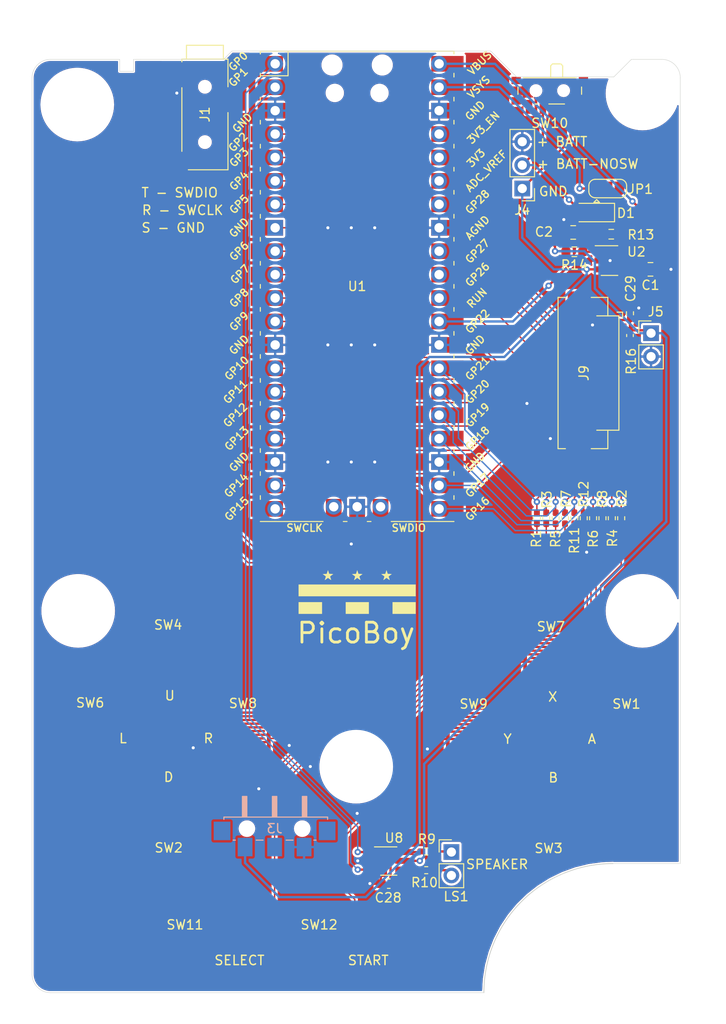
<source format=kicad_pcb>
(kicad_pcb (version 20171130) (host pcbnew 5.1.9+dfsg1-1~bpo10+1)
  (title_block (title PicoBoy) (date 2021-09-25) (rev DRAFT))
  (layers (0 F.Cu signal) (31 B.Cu signal) (34 B.Paste user) (35 F.Paste user) (36 B.SilkS user) (37 F.SilkS user) (38 B.Mask user) (39 F.Mask user) (44 Edge.Cuts user))
  (net 0 "")
  (net 1 GND)
  (net 2 +3V3)
  (net 3 /+BATT_X)
  (net 4 "Net-(D1-Pad1)")
  (net 5 /SWDIO)
  (net 6 /SWCLK)
  (net 7 "Net-(J3-Pad2)")
  (net 8 +BATT)
  (net 9 /LCD_DB15)
  (net 10 /LCD_DB14)
  (net 11 /LCD_DB13)
  (net 12 /LCD_DB12)
  (net 13 /LCD_DB11)
  (net 14 /LCD_DB10)
  (net 15 /LCD_DB9)
  (net 16 /LCD_DB8)
  (net 17 /LCD_DB7)
  (net 18 /LCD_DB6)
  (net 19 /LCD_DB5)
  (net 20 /LCD_DB4)
  (net 21 /LCD_DB3)
  (net 22 /LCD_DB2)
  (net 23 /LCD_DB1)
  (net 24 /LCD_DB0)
  (net 25 /LCD_~RD)
  (net 26 /LCD_~WR)
  (net 27 /LCD_RS)
  (net 28 /LCD_~CS)
  (net 29 /LCD_~RST)
  (net 30 /LCD_LED)
  (net 31 "Net-(LS1-Pad2)")
  (net 32 "Net-(LS1-Pad1)")
  (net 33 /DPAD_R)
  (net 34 /BUTTON_A)
  (net 35 /DPAD_U)
  (net 36 /BUTTON_B)
  (net 37 /DPAD_L)
  (net 38 /BUTTON_X)
  (net 39 /DPAD_D)
  (net 40 /BUTTON_Y)
  (net 41 "Net-(R9-Pad2)")
  (net 42 "Net-(R10-Pad2)")
  (net 43 /BUTTON_SE)
  (net 44 /BUTTON_ST)
  (net 45 "Net-(SW10-Pad3)")
  (net 46 /BATT_STAT)
  (net 47 "Net-(U1-Pad30)")
  (net 48 "Net-(U1-Pad31)")
  (net 49 "Net-(U1-Pad32)")
  (net 50 "Net-(U1-Pad34)")
  (net 51 "Net-(U1-Pad35)")
  (net 52 "Net-(U1-Pad37)")
  (net 53 /VSYS)
  (net 54 VBUS)
  (net 55 /SPEAKER_PWM+)
  (net 56 /SPEAKER_PWM-)
  (net 57 "Net-(R13-Pad1)")
  (module PicoBoy:1827928-1-battery (layer B.Cu) (at 126.3015 113.411 180)
    (fp_text reference J3 (at 0 0) (layer B.SilkS) (effects (justify mirror)))
    (fp_text value "1827928-1 TE")
    (pad ~ smd rect (at -5.7 -0.25 180) (size 1.8 2) (layers B.Cu B.Paste B.Mask))
    (pad ~ smd rect (at 5.7 -0.25 180) (size 1.8 2) (layers B.Cu B.Paste B.Mask))
    (pad 3 smd rect (at -3.2 -2 180) (size 1.6 2) (layers B.Cu B.Paste B.Mask) (net 1 GND))
    (pad 2 smd rect (at 0 -2 180) (size 1.6 2) (layers B.Cu B.Paste B.Mask) (net 7 "Net-(J3-Pad2)"))
    (pad 1 smd rect (at 3.2 -2 180) (size 1.6 2) (layers B.Cu B.Paste B.Mask) (net 8 +BATT))
    (pad "" np_thru_hole circle (at 3 0 180) (size 1.3 1.3) (drill 1.3) (layers *.Cu *.Mask))
    (pad "" np_thru_hole circle (at -3 0 180) (size 1.3 1.3) (drill 1.3) (layers *.Cu *.Mask))
  )
  (module User_PCB_Libraries:DCelectronics_logo2 (layer F.Cu) (at 135.255 88.519)
    (fp_text reference G*** hide)
    (fp_text value LOGO hide)
  )
  (module Resistor_SMD:R_0603_1608Metric_Pad0.98x0.95mm_HandSolder (layer F.Cu) (at 158.8135 50.8635)
    (fp_text reference R14 (at 0 1.427) (layer F.SilkS))
    (fp_text value 1k)
    (pad 2 smd roundrect (at 0.9125 0) (size 0.975 0.95) (layers F.Cu F.Paste F.Mask) (net 46 /BATT_STAT))
    (pad 1 smd roundrect (at -0.9125 0) (size 0.975 0.95) (layers F.Cu F.Paste F.Mask) (net 2 +3V3))
  )
  (module Resistor_SMD:R_0603_1608Metric_Pad0.98x0.95mm_HandSolder (layer F.Cu) (at 162.814 48.9585 180)
    (fp_text reference R13 (at -3.215 -0.0635) (layer F.SilkS))
    (fp_text value 5k)
    (pad 2 smd roundrect (at 0.9125 0 180) (size 0.975 0.95) (layers F.Cu F.Paste F.Mask) (net 1 GND))
    (pad 1 smd roundrect (at -0.9125 0 180) (size 0.975 0.95) (layers F.Cu F.Paste F.Mask) (net 57 "Net-(R13-Pad1)"))
  )
  (module Capacitor_SMD:C_0805_2012Metric_Pad1.18x1.45mm_HandSolder (layer F.Cu) (at 158.6865 48.768 180)
    (fp_text reference C2 (at 3.175 0.0635) (layer F.SilkS))
    (fp_text value 10uF)
    (pad 2 smd roundrect (at 1.0375 0 180) (size 1.175 1.45) (layers F.Cu F.Paste F.Mask) (roundrect_rratio 0.212766) (net 1 GND))
    (pad 1 smd roundrect (at -1.0375 0 180) (size 1.175 1.45) (layers F.Cu F.Paste F.Mask) (roundrect_rratio 0.212766) (net 46 /BATT_STAT))
  )
  (module Capacitor_SMD:C_0805_2012Metric_Pad1.18x1.45mm_HandSolder (layer F.Cu) (at 167.0685 52.7685)
    (fp_text reference C1 (at 0 1.7145) (layer F.SilkS))
    (fp_text value 4.7uF)
    (pad 2 smd roundrect (at 1.0375 0) (size 1.175 1.45) (layers F.Cu F.Paste F.Mask) (roundrect_rratio 0.212766) (net 1 GND))
    (pad 1 smd roundrect (at -1.0375 0) (size 1.175 1.45) (layers F.Cu F.Paste F.Mask) (roundrect_rratio 0.212766) (net 54 VBUS))
  )
  (module Jumper:SolderJumper-3_P1.3mm_Bridged12_RoundedPad1.0x1.5mm (layer F.Cu) (at 162.433 44.0055)
    (fp_text reference JP1 (at 3.556 0.0635) (layer F.SilkS))
    (fp_text value SolderJumper_3_Bridged12)
    (fp_poly (pts (xy -0.9 -0.3) (xy -0.4 -0.3) (xy -0.4 0.3) (xy -0.9 0.3)) (layer F.Cu) (width 0))
    (pad 1 smd custom (at -1.3 0) (size 1 0.5) (layers F.Cu F.Mask) (net 53 /VSYS) (options (clearance outline) (anchor rect)) (primitives (gr_circle (center 0 0.25) (end 0.5 0.25) (width 0)) (gr_circle (center 0 -0.25) (end 0.5 -0.25) (width 0)) (gr_poly (pts (xy 0.55 -0.75) (xy 0 -0.75) (xy 0 0.75) (xy 0.55 0.75)) (width 0))))
    (pad 2 smd rect (at 0 0) (size 1 1.5) (layers F.Cu F.Mask) (net 4 "Net-(D1-Pad1)"))
    (pad 3 smd custom (at 1.3 0) (size 1 0.5) (layers F.Cu F.Mask) (net 54 VBUS) (options (clearance outline) (anchor rect)) (primitives (gr_circle (center 0 0.25) (end 0.5 0.25) (width 0)) (gr_circle (center 0 -0.25) (end 0.5 -0.25) (width 0)) (gr_poly (pts (xy -0.55 -0.75) (xy 0 -0.75) (xy 0 0.75) (xy -0.55 0.75)) (width 0))))
  )
  (module Package_TO_SOT_SMD:SOT-23-5 (layer F.Cu) (at 162.6235 51.816)
    (fp_text reference U2 (at 2.921 -0.9525) (layer F.SilkS))
    (fp_text value MCP73831-2-OT)
    (pad 5 smd rect (at 1.1 -0.95) (size 1.06 0.65) (layers F.Cu F.Paste F.Mask) (net 57 "Net-(R13-Pad1)"))
    (pad 4 smd rect (at 1.1 0.95) (size 1.06 0.65) (layers F.Cu F.Paste F.Mask) (net 54 VBUS))
    (pad 3 smd rect (at -1.1 0.95) (size 1.06 0.65) (layers F.Cu F.Paste F.Mask) (net 8 +BATT))
    (pad 2 smd rect (at -1.1 0) (size 1.06 0.65) (layers F.Cu F.Paste F.Mask) (net 1 GND))
    (pad 1 smd rect (at -1.1 -0.95) (size 1.06 0.65) (layers F.Cu F.Paste F.Mask) (net 46 /BATT_STAT))
  )
  (module Diode_SMD:D_SOD-123F (layer F.Cu) (at 160.9725 46.609 180)
    (fp_text reference D1 (at -3.429 -0.0635) (layer F.SilkS))
    (fp_text value MBR120)
    (pad 2 smd rect (at 1.4 0 180) (size 1.1 1.1) (layers F.Cu F.Paste F.Mask) (net 3 /+BATT_X))
    (pad 1 smd rect (at -1.4 0 180) (size 1.1 1.1) (layers F.Cu F.Paste F.Mask) (net 4 "Net-(D1-Pad1)"))
  )
  (module Capacitor_SMD:C_0402_1005Metric_Pad0.74x0.62mm_HandSolder (layer F.Cu) (at 164.846 59.944 270)
    (fp_text reference R16 (at 2.794 -0.127 90) (layer F.SilkS))
    (fp_text value 27)
    (pad 2 smd roundrect (at 0.5675 0 270) (size 0.735 0.62) (layers F.Cu F.Paste F.Mask) (net 30 /LCD_LED))
    (pad 1 smd roundrect (at -0.5675 0 270) (size 0.735 0.62) (layers F.Cu F.Paste F.Mask) (net 2 +3V3))
  )
  (module Connector_PinHeader_2.54mm:PinHeader_1x03_P2.54mm_Vertical (layer F.Cu) (at 153.162 44.0055 180)
    (fp_text reference J4 (at 0 -2.33) (layer F.SilkS))
    (fp_text value 0.1")
    (pad 3 thru_hole oval (at 0 5.08 180) (size 1.7 1.7) (drill 1) (layers *.Cu *.Mask) (net 1 GND))
    (pad 2 thru_hole oval (at 0 2.54 180) (size 1.7 1.7) (drill 1) (layers *.Cu *.Mask) (net 3 /+BATT_X))
    (pad 1 thru_hole rect (at 0 0 180) (size 1.7 1.7) (drill 1) (layers *.Cu *.Mask) (net 8 +BATT))
  )
  (module Resistor_SMD:R_0402_1005Metric_Pad0.72x0.64mm_HandSolder (layer F.Cu) (at 142.748 115.8875 180)
    (fp_text reference R9 (at -0.0635 1.3335) (layer F.SilkS))
    (fp_text value 27)
    (pad 1 smd roundrect (at -0.5975 0 180) (size 0.715 0.64) (layers F.Cu F.Paste F.Mask) (net 32 "Net-(LS1-Pad1)"))
    (pad 2 smd roundrect (at 0.5975 0 180) (size 0.715 0.64) (layers F.Cu F.Paste F.Mask) (net 41 "Net-(R9-Pad2)"))
  )
  (module Resistor_SMD:R_0402_1005Metric_Pad0.72x0.64mm_HandSolder (layer F.Cu) (at 142.748 117.9195 180)
    (fp_text reference R10 (at 0.1905 -1.3335) (layer F.SilkS))
    (fp_text value 27)
    (pad 1 smd roundrect (at -0.5975 0 180) (size 0.715 0.64) (layers F.Cu F.Paste F.Mask) (net 31 "Net-(LS1-Pad2)"))
    (pad 2 smd roundrect (at 0.5975 0 180) (size 0.715 0.64) (layers F.Cu F.Paste F.Mask) (net 42 "Net-(R10-Pad2)"))
  )
  (module Capacitor_SMD:C_0603_1608Metric_Pad1.08x0.95mm_HandSolder (layer F.Cu) (at 138.684 119.38 180)
    (fp_text reference C28 (at 0.0635 -1.524) (layer F.SilkS))
    (fp_text value 4.7uF)
    (pad 2 smd roundrect (at 0.8625 0 180) (size 1.075 0.95) (layers F.Cu F.Paste F.Mask) (net 1 GND))
    (pad 1 smd roundrect (at -0.8625 0 180) (size 1.075 0.95) (layers F.Cu F.Paste F.Mask) (net 2 +3V3))
  )
  (module Resistor_SMD:R_0402_1005Metric_Pad0.72x0.64mm_HandSolder (layer F.Cu) (at 164.846 57.531 90)
    (fp_text reference C29 (at 2.667 0.0635 90) (layer F.SilkS))
    (fp_text value 100nF)
    (pad 1 smd roundrect (at -0.5975 0 90) (size 0.715 0.64) (layers F.Cu F.Paste F.Mask) (net 2 +3V3))
    (pad 2 smd roundrect (at 0.5975 0 90) (size 0.715 0.64) (layers F.Cu F.Paste F.Mask) (net 1 GND))
  )
  (module Resistor_SMD:R_0402_1005Metric_Pad0.72x0.64mm_HandSolder (layer F.Cu) (at 159.8295 79.756 270)
    (fp_text reference R12 (at -2.6035 0 90) (layer F.SilkS))
    (fp_text value 1k)
    (pad 1 smd roundrect (at -0.5975 0 270) (size 0.715 0.64) (layers F.Cu F.Paste F.Mask) (net 14 /LCD_DB10))
    (pad 2 smd roundrect (at 0.5975 0 270) (size 0.715 0.64) (layers F.Cu F.Paste F.Mask) (net 44 /BUTTON_ST))
  )
  (module Resistor_SMD:R_0402_1005Metric_Pad0.72x0.64mm_HandSolder (layer F.Cu) (at 158.8135 79.756 270)
    (fp_text reference R11 (at 2.413 0 90) (layer F.SilkS))
    (fp_text value 1k)
    (pad 1 smd roundrect (at -0.5975 0 270) (size 0.715 0.64) (layers F.Cu F.Paste F.Mask) (net 13 /LCD_DB11))
    (pad 2 smd roundrect (at 0.5975 0 270) (size 0.715 0.64) (layers F.Cu F.Paste F.Mask) (net 43 /BUTTON_SE))
  )
  (module Resistor_SMD:R_0402_1005Metric_Pad0.72x0.64mm_HandSolder (layer F.Cu) (at 161.8615 79.756 270)
    (fp_text reference R8 (at -2.0955 0 90) (layer F.SilkS))
    (fp_text value 1k)
    (pad 1 smd roundrect (at -0.5975 0 270) (size 0.715 0.64) (layers F.Cu F.Paste F.Mask) (net 16 /LCD_DB8))
    (pad 2 smd roundrect (at 0.5975 0 270) (size 0.715 0.64) (layers F.Cu F.Paste F.Mask) (net 40 /BUTTON_Y))
  )
  (module Resistor_SMD:R_0402_1005Metric_Pad0.72x0.64mm_HandSolder (layer F.Cu) (at 157.7975 79.756 270)
    (fp_text reference R7 (at -2.0955 -0.127 90) (layer F.SilkS))
    (fp_text value 1k)
    (pad 1 smd roundrect (at -0.5975 0 270) (size 0.715 0.64) (layers F.Cu F.Paste F.Mask) (net 12 /LCD_DB12))
    (pad 2 smd roundrect (at 0.5975 0 270) (size 0.715 0.64) (layers F.Cu F.Paste F.Mask) (net 39 /DPAD_D))
  )
  (module Resistor_SMD:R_0402_1005Metric_Pad0.72x0.64mm_HandSolder (layer F.Cu) (at 160.8455 79.756 270)
    (fp_text reference R6 (at 2.2225 0 90) (layer F.SilkS))
    (fp_text value 1k)
    (pad 1 smd roundrect (at -0.5975 0 270) (size 0.715 0.64) (layers F.Cu F.Paste F.Mask) (net 15 /LCD_DB9))
    (pad 2 smd roundrect (at 0.5975 0 270) (size 0.715 0.64) (layers F.Cu F.Paste F.Mask) (net 38 /BUTTON_X))
  )
  (module Resistor_SMD:R_0402_1005Metric_Pad0.72x0.64mm_HandSolder (layer F.Cu) (at 156.7815 79.756 270)
    (fp_text reference R5 (at 2.2225 0 90) (layer F.SilkS))
    (fp_text value 1k)
    (pad 1 smd roundrect (at -0.5975 0 270) (size 0.715 0.64) (layers F.Cu F.Paste F.Mask) (net 11 /LCD_DB13))
    (pad 2 smd roundrect (at 0.5975 0 270) (size 0.715 0.64) (layers F.Cu F.Paste F.Mask) (net 37 /DPAD_L))
  )
  (module Resistor_SMD:R_0402_1005Metric_Pad0.72x0.64mm_HandSolder (layer F.Cu) (at 162.8775 79.756 270)
    (fp_text reference R4 (at 2.159 -0.0635 90) (layer F.SilkS))
    (fp_text value 1k)
    (pad 1 smd roundrect (at -0.5975 0 270) (size 0.715 0.64) (layers F.Cu F.Paste F.Mask) (net 17 /LCD_DB7))
    (pad 2 smd roundrect (at 0.5975 0 270) (size 0.715 0.64) (layers F.Cu F.Paste F.Mask) (net 36 /BUTTON_B))
  )
  (module Resistor_SMD:R_0402_1005Metric_Pad0.72x0.64mm_HandSolder (layer F.Cu) (at 155.7655 79.756 270)
    (fp_text reference R3 (at -2.032 -0.0635 90) (layer F.SilkS))
    (fp_text value 1k)
    (pad 1 smd roundrect (at -0.5975 0 270) (size 0.715 0.64) (layers F.Cu F.Paste F.Mask) (net 10 /LCD_DB14))
    (pad 2 smd roundrect (at 0.5975 0 270) (size 0.715 0.64) (layers F.Cu F.Paste F.Mask) (net 35 /DPAD_U))
  )
  (module Resistor_SMD:R_0402_1005Metric_Pad0.72x0.64mm_HandSolder (layer F.Cu) (at 163.8935 79.756 270)
    (fp_text reference R2 (at -2.159 -0.0635 90) (layer F.SilkS))
    (fp_text value 1k)
    (pad 2 smd roundrect (at 0.5975 0 270) (size 0.715 0.64) (layers F.Cu F.Paste F.Mask) (net 34 /BUTTON_A))
    (pad 1 smd roundrect (at -0.5975 0 270) (size 0.715 0.64) (layers F.Cu F.Paste F.Mask) (net 18 /LCD_DB6))
  )
  (module Resistor_SMD:R_0402_1005Metric_Pad0.72x0.64mm_HandSolder (layer F.Cu) (at 154.7495 79.756 270)
    (fp_text reference R1 (at 2.2225 0.0635 90) (layer F.SilkS))
    (fp_text value 1k)
    (pad 2 smd roundrect (at 0.5975 0 270) (size 0.715 0.64) (layers F.Cu F.Paste F.Mask) (net 33 /DPAD_R))
    (pad 1 smd roundrect (at -0.5975 0 270) (size 0.715 0.64) (layers F.Cu F.Paste F.Mask) (net 9 /LCD_DB15))
  )
  (module Button_Switch_SMD:SW_SPDT_PCM12 (layer F.Cu) (at 156.1465 33.7185 180)
    (fp_text reference SW10 (at 0 -3.2) (layer F.SilkS))
    (fp_text value SW_SPDT)
    (pad "" smd rect (at -3.65 -0.78 180) (size 1 0.8) (layers F.Cu F.Paste F.Mask))
    (pad "" smd rect (at 3.65 -0.78 180) (size 1 0.8) (layers F.Cu F.Paste F.Mask))
    (pad "" smd rect (at 3.65 1.43 180) (size 1 0.8) (layers F.Cu F.Paste F.Mask))
    (pad "" smd rect (at -3.65 1.43 180) (size 1 0.8) (layers F.Cu F.Paste F.Mask))
    (pad 3 smd rect (at 2.25 -1.43 180) (size 0.7 1.5) (layers F.Cu F.Paste F.Mask) (net 45 "Net-(SW10-Pad3)"))
    (pad 2 smd rect (at 0.75 -1.43 180) (size 0.7 1.5) (layers F.Cu F.Paste F.Mask) (net 3 /+BATT_X))
    (pad 1 smd rect (at -2.25 -1.43 180) (size 0.7 1.5) (layers F.Cu F.Paste F.Mask) (net 8 +BATT))
    (pad "" np_thru_hole circle (at 1.5 0.33 180) (size 0.9 0.9) (drill 0.9) (layers *.Cu *.Mask))
    (pad "" np_thru_hole circle (at -1.5 0.33 180) (size 0.9 0.9) (drill 0.9) (layers *.Cu *.Mask))
  )
  (module PicoBoy:MH_2.5mm (layer F.Cu) (at 135.15 106.7)
    (fp_text reference REF** hide)
    (fp_text value MH_2.5mm)
    (pad "" np_thru_hole circle (at 0 0) (size 2.5 2.5) (drill 2.5) (layers *.Cu *.Mask))
  )
  (module Connector_PinHeader_2.54mm:PinHeader_1x02_P2.54mm_Vertical (layer F.Cu) (at 167.132 59.69)
    (fp_text reference J5 (at 0.508 -2.33) (layer F.SilkS))
    (fp_text value 0.1")
    (pad 2 thru_hole oval (at 0 2.54) (size 1.7 1.7) (drill 1) (layers *.Cu *.Mask) (net 1 GND))
    (pad 1 thru_hole rect (at 0 0) (size 1.7 1.7) (drill 1) (layers *.Cu *.Mask) (net 2 +3V3))
  )
  (module Connector_PinHeader_2.54mm:PinHeader_1x02_P2.54mm_Vertical (layer F.Cu) (at 145.4785 115.951)
    (fp_text reference LS1 (at 0.508 4.826) (layer F.SilkS))
    (fp_text value Speaker)
    (pad 2 thru_hole oval (at 0 2.54) (size 1.7 1.7) (drill 1) (layers *.Cu *.Mask) (net 31 "Net-(LS1-Pad2)"))
    (pad 1 thru_hole rect (at 0 0) (size 1.7 1.7) (drill 1) (layers *.Cu *.Mask) (net 32 "Net-(LS1-Pad1)"))
  )
  (module Package_TO_SOT_SMD:TSOT-23-6_HandSoldering (layer F.Cu) (at 138.684 116.9035)
    (fp_text reference U8 (at 0.5715 -2.4765) (layer F.SilkS))
    (fp_text value 74LVC2G04)
    (pad 6 smd rect (at 1.71 -0.95) (size 2 0.65) (layers F.Cu F.Paste F.Mask) (net 41 "Net-(R9-Pad2)"))
    (pad 5 smd rect (at 1.71 0) (size 2 0.65) (layers F.Cu F.Paste F.Mask) (net 2 +3V3))
    (pad 4 smd rect (at 1.71 0.95) (size 2 0.65) (layers F.Cu F.Paste F.Mask) (net 42 "Net-(R10-Pad2)"))
    (pad 3 smd rect (at -1.71 0.95) (size 2 0.65) (layers F.Cu F.Paste F.Mask) (net 56 /SPEAKER_PWM-))
    (pad 2 smd rect (at -1.71 0) (size 2 0.65) (layers F.Cu F.Paste F.Mask) (net 1 GND))
    (pad 1 smd rect (at -1.71 -0.95) (size 2 0.65) (layers F.Cu F.Paste F.Mask) (net 55 /SPEAKER_PWM+))
  )
  (module User_PCB_Libraries:SJ-2523-SMT-TRS (layer F.Cu) (at 118.745 29.972 270)
    (fp_text reference J1 (at 6 0 90) (layer F.SilkS))
    (fp_text value 2.5mm-3P-TRS)
    (pad T smd rect (at 11.4 3.25 270) (size 2.4 2.5) (layers F.Cu F.Paste F.Mask) (net 5 /SWDIO))
    (pad S smd rect (at 1.7 3.1 270) (size 2.4 2.8) (layers F.Cu F.Paste F.Mask) (net 1 GND))
    (pad R smd rect (at 4.4 -3.1 270) (size 2.4 2.8) (layers F.Cu F.Paste F.Mask) (net 6 /SWCLK))
    (pad "" np_thru_hole circle (at 9 0 270) (size 1 1) (drill 1) (layers *.Cu *.Mask))
    (pad "" np_thru_hole circle (at 3 0 270) (size 1 1) (drill 1) (layers *.Cu *.Mask))
  )
  (module Downloads:FPC_24_0.5mm (layer F.Cu) (at 162.4445 64.011 270)
    (fp_text reference J9 (at 0 2.6 90) (layer F.SilkS))
    (fp_text value "0.5mm FFC bottom-contact")
    (pad 24 smd rect (at 5.75 0 270) (size 0.25 1.6) (layers F.Cu F.Paste F.Mask) (net 9 /LCD_DB15))
    (pad 23 smd rect (at 5.25 0 270) (size 0.25 1.6) (layers F.Cu F.Paste F.Mask) (net 10 /LCD_DB14))
    (pad 22 smd rect (at 4.75 0 270) (size 0.25 1.6) (layers F.Cu F.Paste F.Mask) (net 11 /LCD_DB13))
    (pad 21 smd rect (at 4.25 0 270) (size 0.25 1.6) (layers F.Cu F.Paste F.Mask) (net 12 /LCD_DB12))
    (pad 20 smd rect (at 3.75 0 270) (size 0.25 1.6) (layers F.Cu F.Paste F.Mask) (net 13 /LCD_DB11))
    (pad 19 smd rect (at 3.25 0 270) (size 0.25 1.6) (layers F.Cu F.Paste F.Mask) (net 14 /LCD_DB10))
    (pad 18 smd rect (at 2.75 0 270) (size 0.25 1.6) (layers F.Cu F.Paste F.Mask) (net 15 /LCD_DB9))
    (pad 17 smd rect (at 2.25 0 270) (size 0.25 1.6) (layers F.Cu F.Paste F.Mask) (net 16 /LCD_DB8))
    (pad 16 smd rect (at 1.75 0 270) (size 0.25 1.6) (layers F.Cu F.Paste F.Mask) (net 17 /LCD_DB7))
    (pad 15 smd rect (at 1.25 0 270) (size 0.25 1.6) (layers F.Cu F.Paste F.Mask) (net 18 /LCD_DB6))
    (pad 14 smd rect (at 0.75 0 270) (size 0.25 1.6) (layers F.Cu F.Paste F.Mask) (net 19 /LCD_DB5))
    (pad 13 smd rect (at 0.25 0 270) (size 0.25 1.6) (layers F.Cu F.Paste F.Mask) (net 20 /LCD_DB4))
    (pad 12 smd rect (at -0.25 0 270) (size 0.25 1.6) (layers F.Cu F.Paste F.Mask) (net 21 /LCD_DB3))
    (pad 11 smd rect (at -0.75 0 270) (size 0.25 1.6) (layers F.Cu F.Paste F.Mask) (net 22 /LCD_DB2))
    (pad 10 smd rect (at -1.25 0 270) (size 0.25 1.6) (layers F.Cu F.Paste F.Mask) (net 23 /LCD_DB1))
    (pad 9 smd rect (at -1.75 0 270) (size 0.25 1.6) (layers F.Cu F.Paste F.Mask) (net 24 /LCD_DB0))
    (pad 8 smd rect (at -2.25 0 270) (size 0.25 1.6) (layers F.Cu F.Paste F.Mask) (net 25 /LCD_~RD))
    (pad 7 smd rect (at -2.75 0 270) (size 0.25 1.6) (layers F.Cu F.Paste F.Mask) (net 26 /LCD_~WR))
    (pad 6 smd rect (at -3.25 0 270) (size 0.25 1.6) (layers F.Cu F.Paste F.Mask) (net 27 /LCD_RS))
    (pad 5 smd rect (at -3.75 0 270) (size 0.25 1.6) (layers F.Cu F.Paste F.Mask) (net 28 /LCD_~CS))
    (pad 4 smd rect (at -4.25 0 270) (size 0.25 1.6) (layers F.Cu F.Paste F.Mask) (net 29 /LCD_~RST))
    (pad 3 smd rect (at -4.75 0 270) (size 0.25 1.6) (layers F.Cu F.Paste F.Mask) (net 30 /LCD_LED))
    (pad 2 smd rect (at -5.25 0 270) (size 0.25 1.6) (layers F.Cu F.Paste F.Mask) (net 1 GND))
    (pad 1 smd rect (at -5.75 0 270) (size 0.25 1.6) (layers F.Cu F.Paste F.Mask) (net 2 +3V3))
    (pad 0 smd rect (at -7.75 3.25 270) (size 2.2 2.2) (layers F.Cu F.Paste F.Mask))
    (pad 0 smd rect (at 7.75 3.25 270) (size 2.2 2.2) (layers F.Cu F.Paste F.Mask))
  )
  (module Downloads:membrane-switch-6mm (layer F.Cu) (at 156.2735 111.6965)
    (fp_text reference SW3 (at -0.2535 3.8545) (layer F.SilkS))
    (fp_text value memebrane)
    (pad 2 smd roundrect (at 0.2 2.8) (size 5.2 0.25) (layers F.Cu F.Mask) (roundrect_rratio 0.5) (net 36 /BUTTON_B))
    (pad 2 smd roundrect (at 0.2 -1.2) (size 5.2 0.25) (layers F.Cu F.Mask) (roundrect_rratio 0.5) (net 36 /BUTTON_B))
    (pad 2 smd roundrect (at 0.2 -2) (size 5.2 0.25) (layers F.Cu F.Mask) (roundrect_rratio 0.5) (net 36 /BUTTON_B))
    (pad 2 smd roundrect (at 0.2 -0.4) (size 5.2 0.25) (layers F.Cu F.Mask) (roundrect_rratio 0.5) (net 36 /BUTTON_B))
    (pad 2 smd roundrect (at 0.2 -2.8) (size 5.2 0.25) (layers F.Cu F.Mask) (roundrect_rratio 0.5) (net 36 /BUTTON_B))
    (pad 2 smd roundrect (at 0.2 1.2) (size 5.2 0.25) (layers F.Cu F.Mask) (roundrect_rratio 0.5) (net 36 /BUTTON_B))
    (pad 2 smd roundrect (at 0.2 2) (size 5.2 0.25) (layers F.Cu F.Mask) (roundrect_rratio 0.5) (net 36 /BUTTON_B))
    (pad 2 smd roundrect (at 0.2 0.4) (size 5.2 0.25) (layers F.Cu F.Mask) (roundrect_rratio 0.5) (net 36 /BUTTON_B))
    (pad 1 smd roundrect (at -0.2 -1.6) (size 5.2 0.25) (layers F.Cu F.Mask) (roundrect_rratio 0.5) (net 1 GND))
    (pad 1 smd roundrect (at -0.2 2.4) (size 5.2 0.25) (layers F.Cu F.Mask) (roundrect_rratio 0.5) (net 1 GND))
    (pad 2 smd roundrect (at 2.8 0) (size 0.4 5.900001) (layers F.Cu F.Mask) (roundrect_rratio 0.5) (net 36 /BUTTON_B))
    (pad 1 smd roundrect (at -0.2 -2.4) (size 5.2 0.25) (layers F.Cu F.Mask) (roundrect_rratio 0.5) (net 1 GND))
    (pad 1 smd roundrect (at -2.8 0) (size 0.4 5.1) (layers F.Cu F.Mask) (roundrect_rratio 0.5) (net 1 GND))
    (pad 1 smd roundrect (at -0.2 -0.8) (size 5.2 0.25) (layers F.Cu F.Mask) (roundrect_rratio 0.5) (net 1 GND))
    (pad 1 smd roundrect (at -0.2 0.8) (size 5.2 0.25) (layers F.Cu F.Mask) (roundrect_rratio 0.5) (net 1 GND))
    (pad 1 smd roundrect (at -0.2 0) (size 5.2 0.25) (layers F.Cu F.Mask) (roundrect_rratio 0.5) (net 1 GND))
    (pad 1 smd roundrect (at -0.2 1.6) (size 5.2 0.25) (layers F.Cu F.Mask) (roundrect_rratio 0.5) (net 1 GND))
  )
  (module Downloads:membrane-switch-6mm (layer F.Cu) (at 164.465 103.6955)
    (fp_text reference SW1 (at 0 -3.8) (layer F.SilkS))
    (fp_text value memebrane)
    (pad 2 smd roundrect (at 0.2 2.8) (size 5.2 0.25) (layers F.Cu F.Mask) (roundrect_rratio 0.5) (net 34 /BUTTON_A))
    (pad 2 smd roundrect (at 0.2 -1.2) (size 5.2 0.25) (layers F.Cu F.Mask) (roundrect_rratio 0.5) (net 34 /BUTTON_A))
    (pad 2 smd roundrect (at 0.2 -2) (size 5.2 0.25) (layers F.Cu F.Mask) (roundrect_rratio 0.5) (net 34 /BUTTON_A))
    (pad 2 smd roundrect (at 0.2 -0.4) (size 5.2 0.25) (layers F.Cu F.Mask) (roundrect_rratio 0.5) (net 34 /BUTTON_A))
    (pad 2 smd roundrect (at 0.2 -2.8) (size 5.2 0.25) (layers F.Cu F.Mask) (roundrect_rratio 0.5) (net 34 /BUTTON_A))
    (pad 2 smd roundrect (at 0.2 1.2) (size 5.2 0.25) (layers F.Cu F.Mask) (roundrect_rratio 0.5) (net 34 /BUTTON_A))
    (pad 2 smd roundrect (at 0.2 2) (size 5.2 0.25) (layers F.Cu F.Mask) (roundrect_rratio 0.5) (net 34 /BUTTON_A))
    (pad 2 smd roundrect (at 0.2 0.4) (size 5.2 0.25) (layers F.Cu F.Mask) (roundrect_rratio 0.5) (net 34 /BUTTON_A))
    (pad 1 smd roundrect (at -0.2 -1.6) (size 5.2 0.25) (layers F.Cu F.Mask) (roundrect_rratio 0.5) (net 1 GND))
    (pad 1 smd roundrect (at -0.2 2.4) (size 5.2 0.25) (layers F.Cu F.Mask) (roundrect_rratio 0.5) (net 1 GND))
    (pad 2 smd roundrect (at 2.8 0) (size 0.4 5.900001) (layers F.Cu F.Mask) (roundrect_rratio 0.5) (net 34 /BUTTON_A))
    (pad 1 smd roundrect (at -0.2 -2.4) (size 5.2 0.25) (layers F.Cu F.Mask) (roundrect_rratio 0.5) (net 1 GND))
    (pad 1 smd roundrect (at -2.8 0) (size 0.4 5.1) (layers F.Cu F.Mask) (roundrect_rratio 0.5) (net 1 GND))
    (pad 1 smd roundrect (at -0.2 -0.8) (size 5.2 0.25) (layers F.Cu F.Mask) (roundrect_rratio 0.5) (net 1 GND))
    (pad 1 smd roundrect (at -0.2 0.8) (size 5.2 0.25) (layers F.Cu F.Mask) (roundrect_rratio 0.5) (net 1 GND))
    (pad 1 smd roundrect (at -0.2 0) (size 5.2 0.25) (layers F.Cu F.Mask) (roundrect_rratio 0.5) (net 1 GND))
    (pad 1 smd roundrect (at -0.2 1.6) (size 5.2 0.25) (layers F.Cu F.Mask) (roundrect_rratio 0.5) (net 1 GND))
  )
  (module Downloads:membrane-switch-6mm (layer F.Cu) (at 147.8915 103.6955)
    (fp_text reference SW9 (at 0 -3.8) (layer F.SilkS))
    (fp_text value memebrane)
    (pad 2 smd roundrect (at 0.2 2.8) (size 5.2 0.25) (layers F.Cu F.Mask) (roundrect_rratio 0.5) (net 40 /BUTTON_Y))
    (pad 2 smd roundrect (at 0.2 -1.2) (size 5.2 0.25) (layers F.Cu F.Mask) (roundrect_rratio 0.5) (net 40 /BUTTON_Y))
    (pad 2 smd roundrect (at 0.2 -2) (size 5.2 0.25) (layers F.Cu F.Mask) (roundrect_rratio 0.5) (net 40 /BUTTON_Y))
    (pad 2 smd roundrect (at 0.2 -0.4) (size 5.2 0.25) (layers F.Cu F.Mask) (roundrect_rratio 0.5) (net 40 /BUTTON_Y))
    (pad 2 smd roundrect (at 0.2 -2.8) (size 5.2 0.25) (layers F.Cu F.Mask) (roundrect_rratio 0.5) (net 40 /BUTTON_Y))
    (pad 2 smd roundrect (at 0.2 1.2) (size 5.2 0.25) (layers F.Cu F.Mask) (roundrect_rratio 0.5) (net 40 /BUTTON_Y))
    (pad 2 smd roundrect (at 0.2 2) (size 5.2 0.25) (layers F.Cu F.Mask) (roundrect_rratio 0.5) (net 40 /BUTTON_Y))
    (pad 2 smd roundrect (at 0.2 0.4) (size 5.2 0.25) (layers F.Cu F.Mask) (roundrect_rratio 0.5) (net 40 /BUTTON_Y))
    (pad 1 smd roundrect (at -0.2 -1.6) (size 5.2 0.25) (layers F.Cu F.Mask) (roundrect_rratio 0.5) (net 1 GND))
    (pad 1 smd roundrect (at -0.2 2.4) (size 5.2 0.25) (layers F.Cu F.Mask) (roundrect_rratio 0.5) (net 1 GND))
    (pad 2 smd roundrect (at 2.8 0) (size 0.4 5.900001) (layers F.Cu F.Mask) (roundrect_rratio 0.5) (net 40 /BUTTON_Y))
    (pad 1 smd roundrect (at -0.2 -2.4) (size 5.2 0.25) (layers F.Cu F.Mask) (roundrect_rratio 0.5) (net 1 GND))
    (pad 1 smd roundrect (at -2.8 0) (size 0.4 5.1) (layers F.Cu F.Mask) (roundrect_rratio 0.5) (net 1 GND))
    (pad 1 smd roundrect (at -0.2 -0.8) (size 5.2 0.25) (layers F.Cu F.Mask) (roundrect_rratio 0.5) (net 1 GND))
    (pad 1 smd roundrect (at -0.2 0.8) (size 5.2 0.25) (layers F.Cu F.Mask) (roundrect_rratio 0.5) (net 1 GND))
    (pad 1 smd roundrect (at -0.2 0) (size 5.2 0.25) (layers F.Cu F.Mask) (roundrect_rratio 0.5) (net 1 GND))
    (pad 1 smd roundrect (at -0.2 1.6) (size 5.2 0.25) (layers F.Cu F.Mask) (roundrect_rratio 0.5) (net 1 GND))
  )
  (module Downloads:membrane-switch-6mm (layer F.Cu) (at 156.2735 95.3135)
    (fp_text reference SW7 (at 0 -3.8) (layer F.SilkS))
    (fp_text value memebrane)
    (pad 2 smd roundrect (at 0.2 2.8) (size 5.2 0.25) (layers F.Cu F.Mask) (roundrect_rratio 0.5) (net 38 /BUTTON_X))
    (pad 2 smd roundrect (at 0.2 -1.2) (size 5.2 0.25) (layers F.Cu F.Mask) (roundrect_rratio 0.5) (net 38 /BUTTON_X))
    (pad 2 smd roundrect (at 0.2 -2) (size 5.2 0.25) (layers F.Cu F.Mask) (roundrect_rratio 0.5) (net 38 /BUTTON_X))
    (pad 2 smd roundrect (at 0.2 -0.4) (size 5.2 0.25) (layers F.Cu F.Mask) (roundrect_rratio 0.5) (net 38 /BUTTON_X))
    (pad 2 smd roundrect (at 0.2 -2.8) (size 5.2 0.25) (layers F.Cu F.Mask) (roundrect_rratio 0.5) (net 38 /BUTTON_X))
    (pad 2 smd roundrect (at 0.2 1.2) (size 5.2 0.25) (layers F.Cu F.Mask) (roundrect_rratio 0.5) (net 38 /BUTTON_X))
    (pad 2 smd roundrect (at 0.2 2) (size 5.2 0.25) (layers F.Cu F.Mask) (roundrect_rratio 0.5) (net 38 /BUTTON_X))
    (pad 2 smd roundrect (at 0.2 0.4) (size 5.2 0.25) (layers F.Cu F.Mask) (roundrect_rratio 0.5) (net 38 /BUTTON_X))
    (pad 1 smd roundrect (at -0.2 -1.6) (size 5.2 0.25) (layers F.Cu F.Mask) (roundrect_rratio 0.5) (net 1 GND))
    (pad 1 smd roundrect (at -0.2 2.4) (size 5.2 0.25) (layers F.Cu F.Mask) (roundrect_rratio 0.5) (net 1 GND))
    (pad 2 smd roundrect (at 2.8 0) (size 0.4 5.900001) (layers F.Cu F.Mask) (roundrect_rratio 0.5) (net 38 /BUTTON_X))
    (pad 1 smd roundrect (at -0.2 -2.4) (size 5.2 0.25) (layers F.Cu F.Mask) (roundrect_rratio 0.5) (net 1 GND))
    (pad 1 smd roundrect (at -2.8 0) (size 0.4 5.1) (layers F.Cu F.Mask) (roundrect_rratio 0.5) (net 1 GND))
    (pad 1 smd roundrect (at -0.2 -0.8) (size 5.2 0.25) (layers F.Cu F.Mask) (roundrect_rratio 0.5) (net 1 GND))
    (pad 1 smd roundrect (at -0.2 0.8) (size 5.2 0.25) (layers F.Cu F.Mask) (roundrect_rratio 0.5) (net 1 GND))
    (pad 1 smd roundrect (at -0.2 0) (size 5.2 0.25) (layers F.Cu F.Mask) (roundrect_rratio 0.5) (net 1 GND))
    (pad 1 smd roundrect (at -0.2 1.6) (size 5.2 0.25) (layers F.Cu F.Mask) (roundrect_rratio 0.5) (net 1 GND))
  )
  (module Downloads:membrane-switch-6mm (layer F.Cu) (at 131.1275 127.635)
    (fp_text reference SW12 (at 0 -3.8) (layer F.SilkS))
    (fp_text value memebrane)
    (pad 2 smd roundrect (at 0.2 2.8) (size 5.2 0.25) (layers F.Cu F.Mask) (roundrect_rratio 0.5) (net 44 /BUTTON_ST))
    (pad 2 smd roundrect (at 0.2 -1.2) (size 5.2 0.25) (layers F.Cu F.Mask) (roundrect_rratio 0.5) (net 44 /BUTTON_ST))
    (pad 2 smd roundrect (at 0.2 -2) (size 5.2 0.25) (layers F.Cu F.Mask) (roundrect_rratio 0.5) (net 44 /BUTTON_ST))
    (pad 2 smd roundrect (at 0.2 -0.4) (size 5.2 0.25) (layers F.Cu F.Mask) (roundrect_rratio 0.5) (net 44 /BUTTON_ST))
    (pad 2 smd roundrect (at 0.2 -2.8) (size 5.2 0.25) (layers F.Cu F.Mask) (roundrect_rratio 0.5) (net 44 /BUTTON_ST))
    (pad 2 smd roundrect (at 0.2 1.2) (size 5.2 0.25) (layers F.Cu F.Mask) (roundrect_rratio 0.5) (net 44 /BUTTON_ST))
    (pad 2 smd roundrect (at 0.2 2) (size 5.2 0.25) (layers F.Cu F.Mask) (roundrect_rratio 0.5) (net 44 /BUTTON_ST))
    (pad 2 smd roundrect (at 0.2 0.4) (size 5.2 0.25) (layers F.Cu F.Mask) (roundrect_rratio 0.5) (net 44 /BUTTON_ST))
    (pad 1 smd roundrect (at -0.2 -1.6) (size 5.2 0.25) (layers F.Cu F.Mask) (roundrect_rratio 0.5) (net 1 GND))
    (pad 1 smd roundrect (at -0.2 2.4) (size 5.2 0.25) (layers F.Cu F.Mask) (roundrect_rratio 0.5) (net 1 GND))
    (pad 2 smd roundrect (at 2.8 0) (size 0.4 5.900001) (layers F.Cu F.Mask) (roundrect_rratio 0.5) (net 44 /BUTTON_ST))
    (pad 1 smd roundrect (at -0.2 -2.4) (size 5.2 0.25) (layers F.Cu F.Mask) (roundrect_rratio 0.5) (net 1 GND))
    (pad 1 smd roundrect (at -2.8 0) (size 0.4 5.1) (layers F.Cu F.Mask) (roundrect_rratio 0.5) (net 1 GND))
    (pad 1 smd roundrect (at -0.2 -0.8) (size 5.2 0.25) (layers F.Cu F.Mask) (roundrect_rratio 0.5) (net 1 GND))
    (pad 1 smd roundrect (at -0.2 0.8) (size 5.2 0.25) (layers F.Cu F.Mask) (roundrect_rratio 0.5) (net 1 GND))
    (pad 1 smd roundrect (at -0.2 0) (size 5.2 0.25) (layers F.Cu F.Mask) (roundrect_rratio 0.5) (net 1 GND))
    (pad 1 smd roundrect (at -0.2 1.6) (size 5.2 0.25) (layers F.Cu F.Mask) (roundrect_rratio 0.5) (net 1 GND))
  )
  (module Downloads:membrane-switch-6mm (layer F.Cu) (at 116.586 127.635)
    (fp_text reference SW11 (at 0 -3.8) (layer F.SilkS))
    (fp_text value memebrane)
    (pad 2 smd roundrect (at 0.2 2.8) (size 5.2 0.25) (layers F.Cu F.Mask) (roundrect_rratio 0.5) (net 43 /BUTTON_SE))
    (pad 2 smd roundrect (at 0.2 -1.2) (size 5.2 0.25) (layers F.Cu F.Mask) (roundrect_rratio 0.5) (net 43 /BUTTON_SE))
    (pad 2 smd roundrect (at 0.2 -2) (size 5.2 0.25) (layers F.Cu F.Mask) (roundrect_rratio 0.5) (net 43 /BUTTON_SE))
    (pad 2 smd roundrect (at 0.2 -0.4) (size 5.2 0.25) (layers F.Cu F.Mask) (roundrect_rratio 0.5) (net 43 /BUTTON_SE))
    (pad 2 smd roundrect (at 0.2 -2.8) (size 5.2 0.25) (layers F.Cu F.Mask) (roundrect_rratio 0.5) (net 43 /BUTTON_SE))
    (pad 2 smd roundrect (at 0.2 1.2) (size 5.2 0.25) (layers F.Cu F.Mask) (roundrect_rratio 0.5) (net 43 /BUTTON_SE))
    (pad 2 smd roundrect (at 0.2 2) (size 5.2 0.25) (layers F.Cu F.Mask) (roundrect_rratio 0.5) (net 43 /BUTTON_SE))
    (pad 2 smd roundrect (at 0.2 0.4) (size 5.2 0.25) (layers F.Cu F.Mask) (roundrect_rratio 0.5) (net 43 /BUTTON_SE))
    (pad 1 smd roundrect (at -0.2 -1.6) (size 5.2 0.25) (layers F.Cu F.Mask) (roundrect_rratio 0.5) (net 1 GND))
    (pad 1 smd roundrect (at -0.2 2.4) (size 5.2 0.25) (layers F.Cu F.Mask) (roundrect_rratio 0.5) (net 1 GND))
    (pad 2 smd roundrect (at 2.8 0) (size 0.4 5.900001) (layers F.Cu F.Mask) (roundrect_rratio 0.5) (net 43 /BUTTON_SE))
    (pad 1 smd roundrect (at -0.2 -2.4) (size 5.2 0.25) (layers F.Cu F.Mask) (roundrect_rratio 0.5) (net 1 GND))
    (pad 1 smd roundrect (at -2.8 0) (size 0.4 5.1) (layers F.Cu F.Mask) (roundrect_rratio 0.5) (net 1 GND))
    (pad 1 smd roundrect (at -0.2 -0.8) (size 5.2 0.25) (layers F.Cu F.Mask) (roundrect_rratio 0.5) (net 1 GND))
    (pad 1 smd roundrect (at -0.2 0.8) (size 5.2 0.25) (layers F.Cu F.Mask) (roundrect_rratio 0.5) (net 1 GND))
    (pad 1 smd roundrect (at -0.2 0) (size 5.2 0.25) (layers F.Cu F.Mask) (roundrect_rratio 0.5) (net 1 GND))
    (pad 1 smd roundrect (at -0.2 1.6) (size 5.2 0.25) (layers F.Cu F.Mask) (roundrect_rratio 0.5) (net 1 GND))
  )
  (module Downloads:membrane-switch-6mm (layer F.Cu) (at 114.7445 111.633)
    (fp_text reference SW2 (at 0.07366 3.85826) (layer F.SilkS))
    (fp_text value memebrane)
    (pad 2 smd roundrect (at 0.2 2.8) (size 5.2 0.25) (layers F.Cu F.Mask) (roundrect_rratio 0.5) (net 39 /DPAD_D))
    (pad 2 smd roundrect (at 0.2 -1.2) (size 5.2 0.25) (layers F.Cu F.Mask) (roundrect_rratio 0.5) (net 39 /DPAD_D))
    (pad 2 smd roundrect (at 0.2 -2) (size 5.2 0.25) (layers F.Cu F.Mask) (roundrect_rratio 0.5) (net 39 /DPAD_D))
    (pad 2 smd roundrect (at 0.2 -0.4) (size 5.2 0.25) (layers F.Cu F.Mask) (roundrect_rratio 0.5) (net 39 /DPAD_D))
    (pad 2 smd roundrect (at 0.2 -2.8) (size 5.2 0.25) (layers F.Cu F.Mask) (roundrect_rratio 0.5) (net 39 /DPAD_D))
    (pad 2 smd roundrect (at 0.2 1.2) (size 5.2 0.25) (layers F.Cu F.Mask) (roundrect_rratio 0.5) (net 39 /DPAD_D))
    (pad 2 smd roundrect (at 0.2 2) (size 5.2 0.25) (layers F.Cu F.Mask) (roundrect_rratio 0.5) (net 39 /DPAD_D))
    (pad 2 smd roundrect (at 0.2 0.4) (size 5.2 0.25) (layers F.Cu F.Mask) (roundrect_rratio 0.5) (net 39 /DPAD_D))
    (pad 1 smd roundrect (at -0.2 -1.6) (size 5.2 0.25) (layers F.Cu F.Mask) (roundrect_rratio 0.5) (net 1 GND))
    (pad 1 smd roundrect (at -0.2 2.4) (size 5.2 0.25) (layers F.Cu F.Mask) (roundrect_rratio 0.5) (net 1 GND))
    (pad 2 smd roundrect (at 2.8 0) (size 0.4 5.900001) (layers F.Cu F.Mask) (roundrect_rratio 0.5) (net 39 /DPAD_D))
    (pad 1 smd roundrect (at -0.2 -2.4) (size 5.2 0.25) (layers F.Cu F.Mask) (roundrect_rratio 0.5) (net 1 GND))
    (pad 1 smd roundrect (at -2.8 0) (size 0.4 5.1) (layers F.Cu F.Mask) (roundrect_rratio 0.5) (net 1 GND))
    (pad 1 smd roundrect (at -0.2 -0.8) (size 5.2 0.25) (layers F.Cu F.Mask) (roundrect_rratio 0.5) (net 1 GND))
    (pad 1 smd roundrect (at -0.2 0.8) (size 5.2 0.25) (layers F.Cu F.Mask) (roundrect_rratio 0.5) (net 1 GND))
    (pad 1 smd roundrect (at -0.2 0) (size 5.2 0.25) (layers F.Cu F.Mask) (roundrect_rratio 0.5) (net 1 GND))
    (pad 1 smd roundrect (at -0.2 1.6) (size 5.2 0.25) (layers F.Cu F.Mask) (roundrect_rratio 0.5) (net 1 GND))
  )
  (module Downloads:membrane-switch-6mm (layer F.Cu) (at 122.8725 103.632)
    (fp_text reference SW8 (at 0 -3.8) (layer F.SilkS))
    (fp_text value memebrane)
    (pad 2 smd roundrect (at 0.2 2.8) (size 5.2 0.25) (layers F.Cu F.Mask) (roundrect_rratio 0.5) (net 33 /DPAD_R))
    (pad 2 smd roundrect (at 0.2 -1.2) (size 5.2 0.25) (layers F.Cu F.Mask) (roundrect_rratio 0.5) (net 33 /DPAD_R))
    (pad 2 smd roundrect (at 0.2 -2) (size 5.2 0.25) (layers F.Cu F.Mask) (roundrect_rratio 0.5) (net 33 /DPAD_R))
    (pad 2 smd roundrect (at 0.2 -0.4) (size 5.2 0.25) (layers F.Cu F.Mask) (roundrect_rratio 0.5) (net 33 /DPAD_R))
    (pad 2 smd roundrect (at 0.2 -2.8) (size 5.2 0.25) (layers F.Cu F.Mask) (roundrect_rratio 0.5) (net 33 /DPAD_R))
    (pad 2 smd roundrect (at 0.2 1.2) (size 5.2 0.25) (layers F.Cu F.Mask) (roundrect_rratio 0.5) (net 33 /DPAD_R))
    (pad 2 smd roundrect (at 0.2 2) (size 5.2 0.25) (layers F.Cu F.Mask) (roundrect_rratio 0.5) (net 33 /DPAD_R))
    (pad 2 smd roundrect (at 0.2 0.4) (size 5.2 0.25) (layers F.Cu F.Mask) (roundrect_rratio 0.5) (net 33 /DPAD_R))
    (pad 1 smd roundrect (at -0.2 -1.6) (size 5.2 0.25) (layers F.Cu F.Mask) (roundrect_rratio 0.5) (net 1 GND))
    (pad 1 smd roundrect (at -0.2 2.4) (size 5.2 0.25) (layers F.Cu F.Mask) (roundrect_rratio 0.5) (net 1 GND))
    (pad 2 smd roundrect (at 2.8 0) (size 0.4 5.900001) (layers F.Cu F.Mask) (roundrect_rratio 0.5) (net 33 /DPAD_R))
    (pad 1 smd roundrect (at -0.2 -2.4) (size 5.2 0.25) (layers F.Cu F.Mask) (roundrect_rratio 0.5) (net 1 GND))
    (pad 1 smd roundrect (at -2.8 0) (size 0.4 5.1) (layers F.Cu F.Mask) (roundrect_rratio 0.5) (net 1 GND))
    (pad 1 smd roundrect (at -0.2 -0.8) (size 5.2 0.25) (layers F.Cu F.Mask) (roundrect_rratio 0.5) (net 1 GND))
    (pad 1 smd roundrect (at -0.2 0.8) (size 5.2 0.25) (layers F.Cu F.Mask) (roundrect_rratio 0.5) (net 1 GND))
    (pad 1 smd roundrect (at -0.2 0) (size 5.2 0.25) (layers F.Cu F.Mask) (roundrect_rratio 0.5) (net 1 GND))
    (pad 1 smd roundrect (at -0.2 1.6) (size 5.2 0.25) (layers F.Cu F.Mask) (roundrect_rratio 0.5) (net 1 GND))
  )
  (module Downloads:membrane-switch-6mm (layer F.Cu) (at 114.754 95.123)
    (fp_text reference SW4 (at 0 -3.8) (layer F.SilkS))
    (fp_text value memebrane)
    (pad 2 smd roundrect (at 0.2 2.8) (size 5.2 0.25) (layers F.Cu F.Mask) (roundrect_rratio 0.5) (net 35 /DPAD_U))
    (pad 2 smd roundrect (at 0.2 -1.2) (size 5.2 0.25) (layers F.Cu F.Mask) (roundrect_rratio 0.5) (net 35 /DPAD_U))
    (pad 2 smd roundrect (at 0.2 -2) (size 5.2 0.25) (layers F.Cu F.Mask) (roundrect_rratio 0.5) (net 35 /DPAD_U))
    (pad 2 smd roundrect (at 0.2 -0.4) (size 5.2 0.25) (layers F.Cu F.Mask) (roundrect_rratio 0.5) (net 35 /DPAD_U))
    (pad 2 smd roundrect (at 0.2 -2.8) (size 5.2 0.25) (layers F.Cu F.Mask) (roundrect_rratio 0.5) (net 35 /DPAD_U))
    (pad 2 smd roundrect (at 0.2 1.2) (size 5.2 0.25) (layers F.Cu F.Mask) (roundrect_rratio 0.5) (net 35 /DPAD_U))
    (pad 2 smd roundrect (at 0.2 2) (size 5.2 0.25) (layers F.Cu F.Mask) (roundrect_rratio 0.5) (net 35 /DPAD_U))
    (pad 2 smd roundrect (at 0.2 0.4) (size 5.2 0.25) (layers F.Cu F.Mask) (roundrect_rratio 0.5) (net 35 /DPAD_U))
    (pad 1 smd roundrect (at -0.2 -1.6) (size 5.2 0.25) (layers F.Cu F.Mask) (roundrect_rratio 0.5) (net 1 GND))
    (pad 1 smd roundrect (at -0.2 2.4) (size 5.2 0.25) (layers F.Cu F.Mask) (roundrect_rratio 0.5) (net 1 GND))
    (pad 2 smd roundrect (at 2.8 0) (size 0.4 5.900001) (layers F.Cu F.Mask) (roundrect_rratio 0.5) (net 35 /DPAD_U))
    (pad 1 smd roundrect (at -0.2 -2.4) (size 5.2 0.25) (layers F.Cu F.Mask) (roundrect_rratio 0.5) (net 1 GND))
    (pad 1 smd roundrect (at -2.8 0) (size 0.4 5.1) (layers F.Cu F.Mask) (roundrect_rratio 0.5) (net 1 GND))
    (pad 1 smd roundrect (at -0.2 -0.8) (size 5.2 0.25) (layers F.Cu F.Mask) (roundrect_rratio 0.5) (net 1 GND))
    (pad 1 smd roundrect (at -0.2 0.8) (size 5.2 0.25) (layers F.Cu F.Mask) (roundrect_rratio 0.5) (net 1 GND))
    (pad 1 smd roundrect (at -0.2 0) (size 5.2 0.25) (layers F.Cu F.Mask) (roundrect_rratio 0.5) (net 1 GND))
    (pad 1 smd roundrect (at -0.2 1.6) (size 5.2 0.25) (layers F.Cu F.Mask) (roundrect_rratio 0.5) (net 1 GND))
  )
  (module Downloads:membrane-switch-6mm (layer F.Cu) (at 106.299 103.5685)
    (fp_text reference SW6 (at 0 -3.8) (layer F.SilkS))
    (fp_text value memebrane)
    (pad 2 smd roundrect (at 0.2 2.8) (size 5.2 0.25) (layers F.Cu F.Mask) (roundrect_rratio 0.5) (net 37 /DPAD_L))
    (pad 2 smd roundrect (at 0.2 -1.2) (size 5.2 0.25) (layers F.Cu F.Mask) (roundrect_rratio 0.5) (net 37 /DPAD_L))
    (pad 2 smd roundrect (at 0.2 -2) (size 5.2 0.25) (layers F.Cu F.Mask) (roundrect_rratio 0.5) (net 37 /DPAD_L))
    (pad 2 smd roundrect (at 0.2 -0.4) (size 5.2 0.25) (layers F.Cu F.Mask) (roundrect_rratio 0.5) (net 37 /DPAD_L))
    (pad 2 smd roundrect (at 0.2 -2.8) (size 5.2 0.25) (layers F.Cu F.Mask) (roundrect_rratio 0.5) (net 37 /DPAD_L))
    (pad 2 smd roundrect (at 0.2 1.2) (size 5.2 0.25) (layers F.Cu F.Mask) (roundrect_rratio 0.5) (net 37 /DPAD_L))
    (pad 2 smd roundrect (at 0.2 2) (size 5.2 0.25) (layers F.Cu F.Mask) (roundrect_rratio 0.5) (net 37 /DPAD_L))
    (pad 2 smd roundrect (at 0.2 0.4) (size 5.2 0.25) (layers F.Cu F.Mask) (roundrect_rratio 0.5) (net 37 /DPAD_L))
    (pad 1 smd roundrect (at -0.2 -1.6) (size 5.2 0.25) (layers F.Cu F.Mask) (roundrect_rratio 0.5) (net 1 GND))
    (pad 1 smd roundrect (at -0.2 2.4) (size 5.2 0.25) (layers F.Cu F.Mask) (roundrect_rratio 0.5) (net 1 GND))
    (pad 2 smd roundrect (at 2.8 0) (size 0.4 5.900001) (layers F.Cu F.Mask) (roundrect_rratio 0.5) (net 37 /DPAD_L))
    (pad 1 smd roundrect (at -0.2 -2.4) (size 5.2 0.25) (layers F.Cu F.Mask) (roundrect_rratio 0.5) (net 1 GND))
    (pad 1 smd roundrect (at -2.8 0) (size 0.4 5.1) (layers F.Cu F.Mask) (roundrect_rratio 0.5) (net 1 GND))
    (pad 1 smd roundrect (at -0.2 -0.8) (size 5.2 0.25) (layers F.Cu F.Mask) (roundrect_rratio 0.5) (net 1 GND))
    (pad 1 smd roundrect (at -0.2 0.8) (size 5.2 0.25) (layers F.Cu F.Mask) (roundrect_rratio 0.5) (net 1 GND))
    (pad 1 smd roundrect (at -0.2 0) (size 5.2 0.25) (layers F.Cu F.Mask) (roundrect_rratio 0.5) (net 1 GND))
    (pad 1 smd roundrect (at -0.2 1.6) (size 5.2 0.25) (layers F.Cu F.Mask) (roundrect_rratio 0.5) (net 1 GND))
  )
  (module Downloads:MH_5mm (layer F.Cu) (at 166.2 89.8)
    (fp_text reference REF** hide)
    (fp_text value MH_5mm)
    (pad "" np_thru_hole circle (at 0 0) (size 5 5) (drill 5) (layers *.Cu *.Mask))
  )
  (module Downloads:MH_5mm (layer F.Cu) (at 104.9 34.9)
    (fp_text reference REF** hide)
    (fp_text value MH_5mm)
    (pad "" np_thru_hole circle (at 0 0) (size 5 5) (drill 5) (layers *.Cu *.Mask))
  )
  (module Downloads:MH_5mm (layer F.Cu) (at 105 89.8)
    (fp_text reference REF** hide)
    (fp_text value MH_5mm)
    (pad "" np_thru_hole circle (at 0 0) (size 5 5) (drill 5) (layers *.Cu *.Mask))
  )
  (module Downloads:MH_5mm (layer F.Cu) (at 166.2 33.7)
    (fp_text reference REF** hide)
    (fp_text value MH_5mm)
    (pad "" np_thru_hole circle (at 0 0) (size 5 5) (drill 5) (layers *.Cu *.Mask))
  )
  (module User_PCB_Libraries:RPi_Pico_SMD_TH (layer F.Cu) (at 135.255 54.61)
    (fp_text reference U1 (at 0 0) (layer F.SilkS))
    (fp_text value Pico)
    (fp_text user SWDIO (at 5.6 26.2) (layer F.SilkS) (effects (font (size 0.8 0.8))))
    (fp_text user SWCLK (at -5.7 26.2) (layer F.SilkS) (effects (font (size 0.8 0.8))))
    (fp_text user AGND (at 13.054 -6.35 45) (layer F.SilkS) (effects (font (size 0.8 0.8))))
    (fp_text user GND (at 12.8 -19.05 45) (layer F.SilkS) (effects (font (size 0.8 0.8))))
    (fp_text user GND (at 12.8 6.35 45) (layer F.SilkS) (effects (font (size 0.8 0.8))))
    (fp_text user GND (at 12.8 19.05 45) (layer F.SilkS) (effects (font (size 0.8 0.8))))
    (fp_text user GND (at -12.8 19.05 45) (layer F.SilkS) (effects (font (size 0.8 0.8))))
    (fp_text user GND (at -12.8 6.35 45) (layer F.SilkS) (effects (font (size 0.8 0.8))))
    (fp_text user GND (at -12.8 -6.35 45) (layer F.SilkS) (effects (font (size 0.8 0.8))))
    (fp_text user GND (at -12.446 -17.7165 45) (layer F.SilkS) (effects (font (size 0.8 0.8))))
    (fp_text user VBUS (at 13.3 -24.2 45) (layer F.SilkS) (effects (font (size 0.8 0.8))))
    (fp_text user VSYS (at 13.2 -21.59 45) (layer F.SilkS) (effects (font (size 0.8 0.8))))
    (fp_text user 3V3_EN (at 13.7 -17.2 45) (layer F.SilkS) (effects (font (size 0.8 0.8))))
    (fp_text user 3V3 (at 12.9 -13.9 45) (layer F.SilkS) (effects (font (size 0.8 0.8))))
    (fp_text user ADC_VREF (at 14 -12.5 45) (layer F.SilkS) (effects (font (size 0.8 0.8))))
    (fp_text user GP28 (at 13.054 -9.144 45) (layer F.SilkS) (effects (font (size 0.8 0.8))))
    (fp_text user GP27 (at 13.054 -3.8 45) (layer F.SilkS) (effects (font (size 0.8 0.8))))
    (fp_text user GP26 (at 13.054 -1.27 45) (layer F.SilkS) (effects (font (size 0.8 0.8))))
    (fp_text user RUN (at 13 1.27 45) (layer F.SilkS) (effects (font (size 0.8 0.8))))
    (fp_text user GP22 (at 13.054 3.81 45) (layer F.SilkS) (effects (font (size 0.8 0.8))))
    (fp_text user GP21 (at 13.054 8.9 45) (layer F.SilkS) (effects (font (size 0.8 0.8))))
    (fp_text user GP20 (at 13.054 11.43 45) (layer F.SilkS) (effects (font (size 0.8 0.8))))
    (fp_text user GP19 (at 13.054 13.97 45) (layer F.SilkS) (effects (font (size 0.8 0.8))))
    (fp_text user GP18 (at 13.054 16.51 45) (layer F.SilkS) (effects (font (size 0.8 0.8))))
    (fp_text user GP17 (at 13.054 21.59 45) (layer F.SilkS) (effects (font (size 0.8 0.8))))
    (fp_text user GP16 (at 13.054 24.13 45) (layer F.SilkS) (effects (font (size 0.8 0.8))))
    (fp_text user GP15 (at -13.054 24.13 45) (layer F.SilkS) (effects (font (size 0.8 0.8))))
    (fp_text user GP14 (at -13.1 21.59 45) (layer F.SilkS) (effects (font (size 0.8 0.8))))
    (fp_text user GP13 (at -13.054 16.51 45) (layer F.SilkS) (effects (font (size 0.8 0.8))))
    (fp_text user GP12 (at -13.2 13.97 45) (layer F.SilkS) (effects (font (size 0.8 0.8))))
    (fp_text user GP11 (at -13.2 11.43 45) (layer F.SilkS) (effects (font (size 0.8 0.8))))
    (fp_text user GP10 (at -13.054 8.89 45) (layer F.SilkS) (effects (font (size 0.8 0.8))))
    (fp_text user GP9 (at -12.8 3.81 45) (layer F.SilkS) (effects (font (size 0.8 0.8))))
    (fp_text user GP8 (at -12.8 1.27 45) (layer F.SilkS) (effects (font (size 0.8 0.8))))
    (fp_text user GP7 (at -12.7 -1.3 45) (layer F.SilkS) (effects (font (size 0.8 0.8))))
    (fp_text user GP6 (at -12.8 -3.81 45) (layer F.SilkS) (effects (font (size 0.8 0.8))))
    (fp_text user GP5 (at -12.8 -8.89 45) (layer F.SilkS) (effects (font (size 0.8 0.8))))
    (fp_text user GP4 (at -12.8 -11.43 45) (layer F.SilkS) (effects (font (size 0.8 0.8))))
    (fp_text user GP3 (at -12.8 -13.97 45) (layer F.SilkS) (effects (font (size 0.8 0.8))))
    (fp_text user GP0 (at -12.8905 -24.384 45) (layer F.SilkS) (effects (font (size 0.8 0.8))))
    (fp_text user GP2 (at -12.9 -15.621 45) (layer F.SilkS) (effects (font (size 0.8 0.8))))
    (fp_text user GP1 (at -12.8905 -22.6695 45) (layer F.SilkS) (effects (font (size 0.8 0.8))))
    (pad 43 thru_hole oval (at 2.54 23.9) (size 1.7 1.7) (drill 1.02) (layers *.Cu *.Mask) (net 5 /SWDIO))
    (pad 43 smd rect (at 2.54 23.9 90) (size 3.5 1.7) (drill (offset -0.9 0)) (layers F.Cu F.Mask) (net 5 /SWDIO))
    (pad 42 thru_hole rect (at 0 23.9) (size 1.7 1.7) (drill 1.02) (layers *.Cu *.Mask) (net 1 GND))
    (pad 42 smd rect (at 0 23.9 90) (size 3.5 1.7) (drill (offset -0.9 0)) (layers F.Cu F.Mask) (net 1 GND))
    (pad 41 thru_hole oval (at -2.54 23.9) (size 1.7 1.7) (drill 1.02) (layers *.Cu *.Mask) (net 6 /SWCLK))
    (pad 41 smd rect (at -2.54 23.9 90) (size 3.5 1.7) (drill (offset -0.9 0)) (layers F.Cu F.Mask) (net 6 /SWCLK))
    (pad "" np_thru_hole oval (at 2.425 -20.97) (size 1.5 1.5) (drill 1.5) (layers *.Cu *.Mask))
    (pad "" np_thru_hole oval (at -2.425 -20.97) (size 1.5 1.5) (drill 1.5) (layers *.Cu *.Mask))
    (pad "" np_thru_hole oval (at 2.725 -24) (size 1.8 1.8) (drill 1.8) (layers *.Cu *.Mask))
    (pad "" np_thru_hole oval (at -2.725 -24) (size 1.8 1.8) (drill 1.8) (layers *.Cu *.Mask))
    (pad 21 smd rect (at 8.89 24.13) (size 3.5 1.7) (drill (offset 0.9 0)) (layers F.Cu F.Mask) (net 14 /LCD_DB10))
    (pad 22 smd rect (at 8.89 21.59) (size 3.5 1.7) (drill (offset 0.9 0)) (layers F.Cu F.Mask) (net 13 /LCD_DB11))
    (pad 23 smd rect (at 8.89 19.05) (size 3.5 1.7) (drill (offset 0.9 0)) (layers F.Cu F.Mask) (net 1 GND))
    (pad 24 smd rect (at 8.89 16.51) (size 3.5 1.7) (drill (offset 0.9 0)) (layers F.Cu F.Mask) (net 12 /LCD_DB12))
    (pad 25 smd rect (at 8.89 13.97) (size 3.5 1.7) (drill (offset 0.9 0)) (layers F.Cu F.Mask) (net 11 /LCD_DB13))
    (pad 26 smd rect (at 8.89 11.43) (size 3.5 1.7) (drill (offset 0.9 0)) (layers F.Cu F.Mask) (net 10 /LCD_DB14))
    (pad 27 smd rect (at 8.89 8.89) (size 3.5 1.7) (drill (offset 0.9 0)) (layers F.Cu F.Mask) (net 9 /LCD_DB15))
    (pad 28 smd rect (at 8.89 6.35) (size 3.5 1.7) (drill (offset 0.9 0)) (layers F.Cu F.Mask) (net 1 GND))
    (pad 29 smd rect (at 8.89 3.81) (size 3.5 1.7) (drill (offset 0.9 0)) (layers F.Cu F.Mask) (net 46 /BATT_STAT))
    (pad 30 smd rect (at 8.89 1.27) (size 3.5 1.7) (drill (offset 0.9 0)) (layers F.Cu F.Mask) (net 47 "Net-(U1-Pad30)"))
    (pad 31 smd rect (at 8.89 -1.27) (size 3.5 1.7) (drill (offset 0.9 0)) (layers F.Cu F.Mask) (net 48 "Net-(U1-Pad31)"))
    (pad 32 smd rect (at 8.89 -3.81) (size 3.5 1.7) (drill (offset 0.9 0)) (layers F.Cu F.Mask) (net 49 "Net-(U1-Pad32)"))
    (pad 33 smd rect (at 8.89 -6.35) (size 3.5 1.7) (drill (offset 0.9 0)) (layers F.Cu F.Mask) (net 1 GND))
    (pad 34 smd rect (at 8.89 -8.89) (size 3.5 1.7) (drill (offset 0.9 0)) (layers F.Cu F.Mask) (net 50 "Net-(U1-Pad34)"))
    (pad 35 smd rect (at 8.89 -11.43) (size 3.5 1.7) (drill (offset 0.9 0)) (layers F.Cu F.Mask) (net 51 "Net-(U1-Pad35)"))
    (pad 36 smd rect (at 8.89 -13.97) (size 3.5 1.7) (drill (offset 0.9 0)) (layers F.Cu F.Mask) (net 2 +3V3))
    (pad 37 smd rect (at 8.89 -16.51) (size 3.5 1.7) (drill (offset 0.9 0)) (layers F.Cu F.Mask) (net 52 "Net-(U1-Pad37)"))
    (pad 38 smd rect (at 8.89 -19.05) (size 3.5 1.7) (drill (offset 0.9 0)) (layers F.Cu F.Mask) (net 1 GND))
    (pad 39 smd rect (at 8.89 -21.59) (size 3.5 1.7) (drill (offset 0.9 0)) (layers F.Cu F.Mask) (net 53 /VSYS))
    (pad 40 smd rect (at 8.89 -24.13) (size 3.5 1.7) (drill (offset 0.9 0)) (layers F.Cu F.Mask) (net 54 VBUS))
    (pad 20 smd rect (at -8.89 24.13) (size 3.5 1.7) (drill (offset -0.9 0)) (layers F.Cu F.Mask) (net 15 /LCD_DB9))
    (pad 19 smd rect (at -8.89 21.59) (size 3.5 1.7) (drill (offset -0.9 0)) (layers F.Cu F.Mask) (net 16 /LCD_DB8))
    (pad 18 smd rect (at -8.89 19.05) (size 3.5 1.7) (drill (offset -0.9 0)) (layers F.Cu F.Mask) (net 1 GND))
    (pad 17 smd rect (at -8.89 16.51) (size 3.5 1.7) (drill (offset -0.9 0)) (layers F.Cu F.Mask) (net 17 /LCD_DB7))
    (pad 16 smd rect (at -8.89 13.97) (size 3.5 1.7) (drill (offset -0.9 0)) (layers F.Cu F.Mask) (net 18 /LCD_DB6))
    (pad 15 smd rect (at -8.89 11.43) (size 3.5 1.7) (drill (offset -0.9 0)) (layers F.Cu F.Mask) (net 19 /LCD_DB5))
    (pad 14 smd rect (at -8.89 8.89) (size 3.5 1.7) (drill (offset -0.9 0)) (layers F.Cu F.Mask) (net 20 /LCD_DB4))
    (pad 13 smd rect (at -8.89 6.35) (size 3.5 1.7) (drill (offset -0.9 0)) (layers F.Cu F.Mask) (net 1 GND))
    (pad 12 smd rect (at -8.89 3.81) (size 3.5 1.7) (drill (offset -0.9 0)) (layers F.Cu F.Mask) (net 21 /LCD_DB3))
    (pad 11 smd rect (at -8.89 1.27) (size 3.5 1.7) (drill (offset -0.9 0)) (layers F.Cu F.Mask) (net 22 /LCD_DB2))
    (pad 10 smd rect (at -8.89 -1.27) (size 3.5 1.7) (drill (offset -0.9 0)) (layers F.Cu F.Mask) (net 23 /LCD_DB1))
    (pad 9 smd rect (at -8.89 -3.81) (size 3.5 1.7) (drill (offset -0.9 0)) (layers F.Cu F.Mask) (net 24 /LCD_DB0))
    (pad 8 smd rect (at -8.89 -6.35) (size 3.5 1.7) (drill (offset -0.9 0)) (layers F.Cu F.Mask) (net 25 /LCD_~RD))
    (pad 7 smd rect (at -8.89 -8.89) (size 3.5 1.7) (drill (offset -0.9 0)) (layers F.Cu F.Mask) (net 26 /LCD_~WR))
    (pad 6 smd rect (at -8.89 -11.43) (size 3.5 1.7) (drill (offset -0.9 0)) (layers F.Cu F.Mask) (net 27 /LCD_RS))
    (pad 5 smd rect (at -8.89 -13.97) (size 3.5 1.7) (drill (offset -0.9 0)) (layers F.Cu F.Mask) (net 28 /LCD_~CS))
    (pad 4 smd rect (at -8.89 -16.51) (size 3.5 1.7) (drill (offset -0.9 0)) (layers F.Cu F.Mask) (net 29 /LCD_~RST))
    (pad 3 smd rect (at -8.39 -19.05) (size 3 1.7) (drill (offset -0.9 0)) (layers F.Cu F.Mask) (net 1 GND))
    (pad 2 smd rect (at -8.39 -21.59) (size 3 1.7) (drill (offset -0.9 0)) (layers F.Cu F.Mask) (net 55 /SPEAKER_PWM+))
    (pad 1 smd rect (at -8.89 -24.13) (size 3.5 1.7) (drill (offset -0.9 0)) (layers F.Cu F.Mask) (net 56 /SPEAKER_PWM-))
    (pad 40 thru_hole oval (at 8.89 -24.13) (size 1.7 1.7) (drill 1.02) (layers *.Cu *.Mask) (net 54 VBUS))
    (pad 39 thru_hole oval (at 8.89 -21.59) (size 1.7 1.7) (drill 1.02) (layers *.Cu *.Mask) (net 53 /VSYS))
    (pad 38 thru_hole rect (at 8.89 -19.05) (size 1.7 1.7) (drill 1.02) (layers *.Cu *.Mask) (net 1 GND))
    (pad 37 thru_hole oval (at 8.89 -16.51) (size 1.7 1.7) (drill 1.02) (layers *.Cu *.Mask) (net 52 "Net-(U1-Pad37)"))
    (pad 36 thru_hole oval (at 8.89 -13.97) (size 1.7 1.7) (drill 1.02) (layers *.Cu *.Mask) (net 2 +3V3))
    (pad 35 thru_hole oval (at 8.89 -11.43) (size 1.7 1.7) (drill 1.02) (layers *.Cu *.Mask) (net 51 "Net-(U1-Pad35)"))
    (pad 34 thru_hole oval (at 8.89 -8.89) (size 1.7 1.7) (drill 1.02) (layers *.Cu *.Mask) (net 50 "Net-(U1-Pad34)"))
    (pad 33 thru_hole rect (at 8.89 -6.35) (size 1.7 1.7) (drill 1.02) (layers *.Cu *.Mask) (net 1 GND))
    (pad 32 thru_hole oval (at 8.89 -3.81) (size 1.7 1.7) (drill 1.02) (layers *.Cu *.Mask) (net 49 "Net-(U1-Pad32)"))
    (pad 31 thru_hole oval (at 8.89 -1.27) (size 1.7 1.7) (drill 1.02) (layers *.Cu *.Mask) (net 48 "Net-(U1-Pad31)"))
    (pad 30 thru_hole oval (at 8.89 1.27) (size 1.7 1.7) (drill 1.02) (layers *.Cu *.Mask) (net 47 "Net-(U1-Pad30)"))
    (pad 29 thru_hole oval (at 8.89 3.81) (size 1.7 1.7) (drill 1.02) (layers *.Cu *.Mask) (net 46 /BATT_STAT))
    (pad 28 thru_hole rect (at 8.89 6.35) (size 1.7 1.7) (drill 1.02) (layers *.Cu *.Mask) (net 1 GND))
    (pad 27 thru_hole oval (at 8.89 8.89) (size 1.7 1.7) (drill 1.02) (layers *.Cu *.Mask) (net 9 /LCD_DB15))
    (pad 26 thru_hole oval (at 8.89 11.43) (size 1.7 1.7) (drill 1.02) (layers *.Cu *.Mask) (net 10 /LCD_DB14))
    (pad 25 thru_hole oval (at 8.89 13.97) (size 1.7 1.7) (drill 1.02) (layers *.Cu *.Mask) (net 11 /LCD_DB13))
    (pad 24 thru_hole oval (at 8.89 16.51) (size 1.7 1.7) (drill 1.02) (layers *.Cu *.Mask) (net 12 /LCD_DB12))
    (pad 23 thru_hole rect (at 8.89 19.05) (size 1.7 1.7) (drill 1.02) (layers *.Cu *.Mask) (net 1 GND))
    (pad 22 thru_hole oval (at 8.89 21.59) (size 1.7 1.7) (drill 1.02) (layers *.Cu *.Mask) (net 13 /LCD_DB11))
    (pad 21 thru_hole oval (at 8.89 24.13) (size 1.7 1.7) (drill 1.02) (layers *.Cu *.Mask) (net 14 /LCD_DB10))
    (pad 20 thru_hole oval (at -8.89 24.13) (size 1.7 1.7) (drill 1.02) (layers *.Cu *.Mask) (net 15 /LCD_DB9))
    (pad 19 thru_hole oval (at -8.89 21.59) (size 1.7 1.7) (drill 1.02) (layers *.Cu *.Mask) (net 16 /LCD_DB8))
    (pad 18 thru_hole rect (at -8.89 19.05) (size 1.7 1.7) (drill 1.02) (layers *.Cu *.Mask) (net 1 GND))
    (pad 17 thru_hole oval (at -8.89 16.51) (size 1.7 1.7) (drill 1.02) (layers *.Cu *.Mask) (net 17 /LCD_DB7))
    (pad 16 thru_hole oval (at -8.89 13.97) (size 1.7 1.7) (drill 1.02) (layers *.Cu *.Mask) (net 18 /LCD_DB6))
    (pad 15 thru_hole oval (at -8.89 11.43) (size 1.7 1.7) (drill 1.02) (layers *.Cu *.Mask) (net 19 /LCD_DB5))
    (pad 14 thru_hole oval (at -8.89 8.89) (size 1.7 1.7) (drill 1.02) (layers *.Cu *.Mask) (net 20 /LCD_DB4))
    (pad 13 thru_hole rect (at -8.89 6.35) (size 1.7 1.7) (drill 1.02) (layers *.Cu *.Mask) (net 1 GND))
    (pad 12 thru_hole oval (at -8.89 3.81) (size 1.7 1.7) (drill 1.02) (layers *.Cu *.Mask) (net 21 /LCD_DB3))
    (pad 11 thru_hole oval (at -8.89 1.27) (size 1.7 1.7) (drill 1.02) (layers *.Cu *.Mask) (net 22 /LCD_DB2))
    (pad 10 thru_hole oval (at -8.89 -1.27) (size 1.7 1.7) (drill 1.02) (layers *.Cu *.Mask) (net 23 /LCD_DB1))
    (pad 9 thru_hole oval (at -8.89 -3.81) (size 1.7 1.7) (drill 1.02) (layers *.Cu *.Mask) (net 24 /LCD_DB0))
    (pad 8 thru_hole rect (at -8.89 -6.35) (size 1.7 1.7) (drill 1.02) (layers *.Cu *.Mask) (net 25 /LCD_~RD))
    (pad 7 thru_hole oval (at -8.89 -8.89) (size 1.7 1.7) (drill 1.02) (layers *.Cu *.Mask) (net 26 /LCD_~WR))
    (pad 6 thru_hole oval (at -8.89 -11.43) (size 1.7 1.7) (drill 1.02) (layers *.Cu *.Mask) (net 27 /LCD_RS))
    (pad 5 thru_hole oval (at -8.89 -13.97) (size 1.7 1.7) (drill 1.02) (layers *.Cu *.Mask) (net 28 /LCD_~CS))
    (pad 4 thru_hole oval (at -8.89 -16.51) (size 1.7 1.7) (drill 1.02) (layers *.Cu *.Mask) (net 29 /LCD_~RST))
    (pad 3 thru_hole rect (at -8.89 -19.05) (size 1.7 1.7) (drill 1.02) (layers *.Cu *.Mask) (net 1 GND))
    (pad 2 thru_hole oval (at -8.89 -21.59) (size 1.7 1.7) (drill 1.02) (layers *.Cu *.Mask) (net 55 /SPEAKER_PWM+))
    (pad 1 thru_hole oval (at -8.89 -24.13) (size 1.7 1.7) (drill 1.02) (layers *.Cu *.Mask) (net 56 /SPEAKER_PWM-))
  )
  (gr_text PicoBoy (at 135.128 92.202) (layer F.SilkS) (effects (font (size 2.159 2.159) (thickness 0.3048))))
  (gr_text GND (at 156.5275 44.323) (layer F.SilkS) (effects (font (size 1.016 1.016) (thickness 0.1524))))
  (gr_text "+ BATT-NOSW" (at 160.274 41.3385) (layer F.SilkS) (effects (font (size 1.016 1.016) (thickness 0.1524))))
  (gr_text "+ BATT" (at 157.48 38.9255) (layer F.SilkS) (effects (font (size 1.016 1.016) (thickness 0.1524))))
  (gr_text SPEAKER (at 150.4315 117.2845) (layer F.SilkS) (effects (font (size 1.016 1.016) (thickness 0.1524))))
  (gr_text "S - GND" (at 115.316 48.26) (layer F.SilkS) (effects (font (size 1.016 1.016) (thickness 0.1524))))
  (gr_text "R - SWCLK" (at 116.332 46.355) (layer F.SilkS) (effects (font (size 1.016 1.016) (thickness 0.1524))))
  (gr_text "T - SWDIO" (at 116.0145 44.45) (layer F.SilkS) (effects (font (size 1.016 1.016) (thickness 0.1524))))
  (gr_text SELECT (at 122.4915 127.6985) (layer F.SilkS) (effects (font (size 1.016 1.016) (thickness 0.1524))))
  (gr_text START (at 136.4615 127.6985) (layer F.SilkS) (effects (font (size 1.016 1.016) (thickness 0.1524))))
  (gr_text B (at 156.5275 107.8865) (layer F.SilkS) (effects (font (size 1.016 1.016) (thickness 0.1524))))
  (gr_text A (at 160.7185 103.6955) (layer F.SilkS) (effects (font (size 1.016 1.016) (thickness 0.1524))))
  (gr_text Y (at 151.5745 103.6955) (layer F.SilkS) (effects (font (size 1.016 1.016) (thickness 0.1524))))
  (gr_text X (at 156.464 99.1235) (layer F.SilkS) (effects (font (size 1.016 1.016) (thickness 0.1524))))
  (gr_text D (at 114.808 107.823) (layer F.SilkS) (effects (font (size 1.016 1.016) (thickness 0.1524))))
  (gr_text R (at 119.126 103.632) (layer F.SilkS) (effects (font (size 1.016 1.016) (thickness 0.1524))))
  (gr_text L (at 109.855 103.632) (layer F.SilkS) (effects (font (size 1.016 1.016) (thickness 0.1524))))
  (gr_text U (at 114.935 98.9965) (layer F.SilkS) (effects (font (size 1.016 1.016) (thickness 0.1524))))
  (gr_arc (start 102 129.2) (end 102 131.2) (angle 90) (layer Edge.Cuts) (width 0.05))
  (gr_line (start 149.7524 29.1024) (end 152.5524 31.9024) (layer Edge.Cuts) (width 0.05))
  (gr_line (start 168.3 30) (end 165 30) (layer Edge.Cuts) (width 0.05))
  (gr_line (start 100 129.2) (end 100 32) (layer Edge.Cuts) (width 0.05))
  (gr_line (start 109.5 31.3) (end 111 31.3) (layer Edge.Cuts) (width 0.05))
  (gr_line (start 152.5524 31.9024) (end 163.1 31.9) (layer Edge.Cuts) (width 0.05))
  (gr_line (start 149 131.2) (end 102 131.2) (layer Edge.Cuts) (width 0.05))
  (gr_arc (start 163 131.2) (end 149 131.2) (angle 90) (layer Edge.Cuts) (width 0.1))
  (gr_line (start 121.666 29.1) (end 120.777 29.9974) (layer Edge.Cuts) (width 0.05))
  (gr_line (start 109.5 30) (end 109.5 31.3) (layer Edge.Cuts) (width 0.05))
  (gr_arc (start 168.3 32) (end 170.3 32) (angle -90) (layer Edge.Cuts) (width 0.05))
  (gr_arc (start 102 32) (end 100 32) (angle 90) (layer Edge.Cuts) (width 0.05))
  (gr_line (start 170.3 32) (end 170.3 117.2) (layer Edge.Cuts) (width 0.05))
  (gr_line (start 111 31.3) (end 111 30) (layer Edge.Cuts) (width 0.05))
  (gr_line (start 165 30) (end 163.1 31.9) (layer Edge.Cuts) (width 0.05))
  (gr_line (start 102 30) (end 109.5 30) (layer Edge.Cuts) (width 0.05))
  (gr_line (start 111 30) (end 120.777 29.9974) (layer Edge.Cuts) (width 0.05))
  (gr_line (start 149.7524 29.1024) (end 121.666 29.1) (layer Edge.Cuts) (width 0.05))
  (gr_line (start 163 117.2) (end 170.3 117.2) (layer Edge.Cuts) (width 0.05))
  (via (at 115.697 33.655002) (size 0.6858) (drill 0.3302) (layers F.Cu B.Cu) (net 1))
  (via (at 162.687 51.816) (size 0.6858) (drill 0.3302) (layers F.Cu B.Cu) (net 1))
  (segment (start 162.4445 58.761) (end 161.377 58.761) (width 0.1524) (layer F.Cu) (net 1))
  (segment (start 161.377 58.761) (end 161.036 58.42) (width 0.1524) (layer F.Cu) (net 1))
  (segment (start 161.036 58.42) (end 161.036 57.7215) (width 0.1524) (layer F.Cu) (net 1))
  (segment (start 161.824 56.9335) (end 164.846 56.9335) (width 0.1524) (layer F.Cu) (net 1))
  (segment (start 161.036 57.7215) (end 161.824 56.9335) (width 0.1524) (layer F.Cu) (net 1))
  (segment (start 162.687 51.816) (end 161.5235 51.816) (width 0.25) (layer F.Cu) (net 1))
  (via (at 169.291 52.7685) (size 0.6858) (drill 0.3302) (layers F.Cu B.Cu) (net 1))
  (segment (start 168.1075 52.7685) (end 169.291 52.7685) (width 0.25) (layer F.Cu) (net 1))
  (via (at 165.7985 56.9595) (size 0.6858) (drill 0.3302) (layers F.Cu B.Cu) (net 1))
  (segment (start 164.869 56.9595) (end 165.7985 56.9595) (width 0.1524) (layer F.Cu) (net 1))
  (segment (start 157.6705 47.371) (end 157.6705 48.7465) (width 0.25) (layer F.Cu) (net 1))
  (via (at 157.6705 47.371) (size 0.6858) (drill 0.3302) (layers F.Cu B.Cu) (net 1))
  (segment (start 157.6705 48.7465) (end 157.649 48.768) (width 0.25) (layer F.Cu) (net 1))
  (via (at 135.318498 116.9035) (size 0.6858) (drill 0.3302) (layers F.Cu B.Cu) (net 1))
  (segment (start 136.9465 116.9035) (end 135.318498 116.9035) (width 0.25) (layer F.Cu) (net 1))
  (segment (start 115.697 31.724) (end 115.697 33.655002) (width 0.25) (layer F.Cu) (net 1))
  (segment (start 115.645 31.672) (end 115.697 31.724) (width 0.25) (layer F.Cu) (net 1))
  (segment (start 137.8355 119.38) (end 136.652 119.38) (width 0.25) (layer F.Cu) (net 1))
  (segment (start 136.652 119.38) (end 136.639627 119.367627) (width 0.25) (layer F.Cu) (net 1))
  (via (at 136.639627 119.367627) (size 0.6858) (drill 0.3302) (layers F.Cu B.Cu) (net 1))
  (via (at 137.16 73.66) (size 0.6858) (drill 0.3302) (layers F.Cu B.Cu) (net 1))
  (via (at 134.62 73.66) (size 0.6858) (drill 0.3302) (layers F.Cu B.Cu) (net 1))
  (via (at 132.08 73.66) (size 0.6858) (drill 0.3302) (layers F.Cu B.Cu) (net 1))
  (via (at 137.16 60.96) (size 0.6858) (drill 0.3302) (layers F.Cu B.Cu) (net 1))
  (via (at 134.62 60.96) (size 0.6858) (drill 0.3302) (layers F.Cu B.Cu) (net 1))
  (via (at 132.08 60.96) (size 0.6858) (drill 0.3302) (layers F.Cu B.Cu) (net 1))
  (via (at 137.16 48.26) (size 0.6858) (drill 0.3302) (layers F.Cu B.Cu) (net 1))
  (via (at 134.62 48.26) (size 0.6858) (drill 0.3302) (layers F.Cu B.Cu) (net 1))
  (via (at 132.08 48.26) (size 0.6858) (drill 0.3302) (layers F.Cu B.Cu) (net 1))
  (via (at 134.62 82.55) (size 0.6858) (drill 0.3302) (layers F.Cu B.Cu) (net 1))
  (segment (start 162.687 48.9585) (end 161.9015 48.9585) (width 0.25) (layer F.Cu) (net 1))
  (segment (start 162.687 51.816) (end 162.687 48.9585) (width 0.25) (layer F.Cu) (net 1))
  (via (at 153.67 67.31) (size 0.6858) (drill 0.3302) (layers F.Cu B.Cu) (net 1))
  (via (at 147.32 60.96) (size 0.6858) (drill 0.3302) (layers F.Cu B.Cu) (net 1))
  (via (at 156.21 71.12) (size 0.6858) (drill 0.3302) (layers F.Cu B.Cu) (net 1))
  (via (at 135.255 111.76) (size 0.6858) (drill 0.3302) (layers F.Cu B.Cu) (net 1))
  (via (at 130.175 106.68) (size 0.6858) (drill 0.3302) (layers F.Cu B.Cu) (net 1))
  (via (at 142.875 104.775) (size 0.6858) (drill 0.3302) (layers F.Cu B.Cu) (net 1))
  (via (at 160.782 58.801) (size 0.6858) (drill 0.3302) (layers F.Cu B.Cu) (net 1))
  (via (at 127.889 104.394) (size 0.6858) (drill 0.3302) (layers F.Cu B.Cu) (net 1))
  (via (at 117.475 104.648) (size 0.6858) (drill 0.3302) (layers F.Cu B.Cu) (net 1))
  (via (at 124.587 109.093) (size 0.6858) (drill 0.3302) (layers F.Cu B.Cu) (net 1))
  (via (at 160.147 83.439) (size 0.6858) (drill 0.3302) (layers F.Cu B.Cu) (net 1))
  (segment (start 140.4215 116.9035) (end 142.049502 116.9035) (width 0.25) (layer F.Cu) (net 2))
  (via (at 142.049502 116.9035) (size 0.6858) (drill 0.3302) (layers F.Cu B.Cu) (net 2))
  (segment (start 164.7135 58.261) (end 164.846 58.1285) (width 0.1524) (layer F.Cu) (net 2))
  (segment (start 162.4445 58.261) (end 164.7135 58.261) (width 0.25) (layer F.Cu) (net 2))
  (segment (start 164.846 58.1285) (end 164.846 59.3765) (width 0.25) (layer F.Cu) (net 2))
  (segment (start 166.8185 59.3765) (end 167.132 59.69) (width 0.1524) (layer F.Cu) (net 2))
  (segment (start 164.846 59.3765) (end 166.8185 59.3765) (width 0.25) (layer F.Cu) (net 2))
  (segment (start 139.5465 119.38) (end 138.8745 118.708) (width 0.25) (layer F.Cu) (net 2))
  (segment (start 138.8745 118.708) (end 138.8745 117.2845) (width 0.25) (layer F.Cu) (net 2))
  (segment (start 139.2555 116.9035) (end 140.394 116.9035) (width 0.25) (layer F.Cu) (net 2))
  (segment (start 138.8745 117.2845) (end 139.2555 116.9035) (width 0.25) (layer F.Cu) (net 2))
  (via (at 156.718002 50.8) (size 0.6858) (drill 0.3302) (layers F.Cu B.Cu) (net 2))
  (segment (start 157.965 50.8) (end 156.718002 50.8) (width 0.25) (layer F.Cu) (net 2))
  (segment (start 165.862 59.69) (end 167.132 59.69) (width 0.25) (layer B.Cu) (net 2))
  (segment (start 161.036 54.864) (end 165.862 59.69) (width 0.25) (layer B.Cu) (net 2))
  (segment (start 156.718002 50.8) (end 159.893 50.8) (width 0.25) (layer B.Cu) (net 2))
  (segment (start 161.036 51.943) (end 161.036 54.864) (width 0.25) (layer B.Cu) (net 2))
  (segment (start 159.893 50.8) (end 161.036 51.943) (width 0.25) (layer B.Cu) (net 2))
  (segment (start 144.145 40.64) (end 147.066 40.64) (width 0.25) (layer F.Cu) (net 2))
  (segment (start 156.718002 50.292002) (end 156.718002 50.8) (width 0.25) (layer F.Cu) (net 2))
  (segment (start 147.066 40.64) (end 156.718002 50.292002) (width 0.25) (layer F.Cu) (net 2))
  (segment (start 142.52176 116.431242) (end 142.049502 116.9035) (width 0.25) (layer B.Cu) (net 2))
  (segment (start 142.52176 106.39824) (end 142.52176 116.431242) (width 0.25) (layer B.Cu) (net 2))
  (segment (start 168.783 80.137) (end 142.52176 106.39824) (width 0.25) (layer B.Cu) (net 2))
  (segment (start 167.132 59.69) (end 168.275 59.69) (width 0.25) (layer B.Cu) (net 2))
  (segment (start 168.783 60.198) (end 168.783 80.137) (width 0.25) (layer B.Cu) (net 2))
  (segment (start 168.275 59.69) (end 168.783 60.198) (width 0.25) (layer B.Cu) (net 2))
  (segment (start 155.3965 39.231) (end 153.162 41.4655) (width 0.25) (layer F.Cu) (net 3))
  (segment (start 155.3965 35.1485) (end 155.3965 39.231) (width 0.25) (layer F.Cu) (net 3))
  (segment (start 159.5725 46.609) (end 159.5725 46.5425) (width 0.25) (layer F.Cu) (net 3))
  (segment (start 159.5725 46.5425) (end 158.242 45.212) (width 0.25) (layer F.Cu) (net 3))
  (segment (start 158.242 45.212) (end 158.242 45.212) (width 0.25) (layer F.Cu) (net 3))
  (via (at 158.242 45.212) (size 0.6858) (drill 0.3302) (layers F.Cu B.Cu) (net 3))
  (segment (start 154.4955 41.4655) (end 158.242 45.212) (width 0.25) (layer B.Cu) (net 3))
  (segment (start 153.162 41.4655) (end 154.4955 41.4655) (width 0.25) (layer B.Cu) (net 3))
  (segment (start 162.433 46.5485) (end 162.3725 46.609) (width 0.25) (layer F.Cu) (net 4))
  (segment (start 162.3725 44.066) (end 162.433 44.0055) (width 0.25) (layer F.Cu) (net 4))
  (segment (start 162.3725 46.609) (end 162.3725 44.066) (width 0.25) (layer F.Cu) (net 4))
  (segment (start 137.795 82.6135) (end 137.795 78.51) (width 0.1524) (layer F.Cu) (net 5))
  (segment (start 135.8265 84.582) (end 137.795 82.6135) (width 0.1524) (layer F.Cu) (net 5))
  (segment (start 115.495 41.372) (end 115.495 76.633) (width 0.1524) (layer F.Cu) (net 5))
  (segment (start 123.444 84.582) (end 135.8265 84.582) (width 0.1524) (layer F.Cu) (net 5))
  (segment (start 115.495 76.633) (end 123.444 84.582) (width 0.1524) (layer F.Cu) (net 5))
  (segment (start 121.845 34.372) (end 121.845 80.697) (width 0.1524) (layer F.Cu) (net 6))
  (segment (start 121.845 80.697) (end 124.587 83.439) (width 0.1524) (layer F.Cu) (net 6))
  (segment (start 124.587 83.439) (end 131.699 83.439) (width 0.1524) (layer F.Cu) (net 6))
  (segment (start 132.715 82.423) (end 132.715 78.51) (width 0.1524) (layer F.Cu) (net 6))
  (segment (start 131.699 83.439) (end 132.715 82.423) (width 0.1524) (layer F.Cu) (net 6))
  (segment (start 158.3965 38.771) (end 153.162 44.0055) (width 0.25) (layer F.Cu) (net 8))
  (segment (start 158.3965 35.1485) (end 158.3965 38.771) (width 0.25) (layer F.Cu) (net 8))
  (segment (start 160.147 52.7685) (end 160.147 52.7685) (width 0.25) (layer B.Cu) (net 8))
  (via (at 160.147 52.7685) (size 0.6858) (drill 0.3302) (layers F.Cu B.Cu) (net 8))
  (segment (start 161.521 52.7685) (end 161.5235 52.766) (width 0.25) (layer F.Cu) (net 8))
  (segment (start 160.147 52.7685) (end 161.521 52.7685) (width 0.25) (layer F.Cu) (net 8))
  (segment (start 156.591 52.7685) (end 160.147 52.7685) (width 0.25) (layer B.Cu) (net 8))
  (segment (start 153.162 44.0055) (end 153.162 49.3395) (width 0.25) (layer B.Cu) (net 8))
  (segment (start 153.162 49.3395) (end 156.591 52.7685) (width 0.25) (layer B.Cu) (net 8))
  (segment (start 123.1015 117.1325) (end 123.1015 115.411) (width 0.25) (layer B.Cu) (net 8))
  (segment (start 126.8095 120.8405) (end 123.1015 117.1325) (width 0.25) (layer B.Cu) (net 8))
  (segment (start 160.147 53.34) (end 151.216001 62.270999) (width 0.25) (layer B.Cu) (net 8))
  (segment (start 160.147 52.7685) (end 160.147 53.34) (width 0.25) (layer B.Cu) (net 8))
  (segment (start 143.088001 62.270999) (end 142.01775 63.34125) (width 0.25) (layer B.Cu) (net 8))
  (segment (start 151.216001 62.270999) (end 143.088001 62.270999) (width 0.25) (layer B.Cu) (net 8))
  (segment (start 136.18769 120.8405) (end 126.8095 120.8405) (width 0.25) (layer B.Cu) (net 8))
  (segment (start 142.01775 115.01044) (end 136.18769 120.8405) (width 0.25) (layer B.Cu) (net 8))
  (segment (start 142.01775 63.34125) (end 142.01775 115.01044) (width 0.25) (layer B.Cu) (net 8))
  (segment (start 157.988 74.422) (end 154.7495 77.6605) (width 0.1524) (layer F.Cu) (net 9))
  (segment (start 159.513368 74.422) (end 157.988 74.422) (width 0.1524) (layer F.Cu) (net 9))
  (segment (start 154.7495 77.6605) (end 154.7495 77.978) (width 0.1524) (layer F.Cu) (net 9))
  (segment (start 162.4445 69.761) (end 162.4445 71.490868) (width 0.1524) (layer F.Cu) (net 9))
  (segment (start 162.4445 71.490868) (end 159.513368 74.422) (width 0.1524) (layer F.Cu) (net 9))
  (segment (start 154.7495 77.978) (end 154.7495 79.1585) (width 0.1524) (layer F.Cu) (net 9))
  (via (at 154.7495 77.978) (size 0.6858) (drill 0.3302) (layers F.Cu B.Cu) (net 9))
  (segment (start 154.7495 77.978) (end 146.939 70.1675) (width 0.1524) (layer B.Cu) (net 9))
  (segment (start 146.939 66.294) (end 144.145 63.5) (width 0.1524) (layer B.Cu) (net 9))
  (segment (start 146.939 70.1675) (end 146.939 66.294) (width 0.1524) (layer B.Cu) (net 9))
  (segment (start 163.3969 69.261) (end 162.4445 69.261) (width 0.1524) (layer F.Cu) (net 10))
  (segment (start 155.7655 77.597) (end 158.369 74.9935) (width 0.1524) (layer F.Cu) (net 10))
  (segment (start 155.7655 79.1585) (end 155.7655 77.978) (width 0.1524) (layer F.Cu) (net 10))
  (segment (start 159.612993 74.9935) (end 163.880712 70.725781) (width 0.1524) (layer F.Cu) (net 10))
  (segment (start 158.369 74.9935) (end 159.612993 74.9935) (width 0.1524) (layer F.Cu) (net 10))
  (segment (start 163.880712 70.725781) (end 163.880712 69.744812) (width 0.1524) (layer F.Cu) (net 10))
  (segment (start 163.880712 69.744812) (end 163.3969 69.261) (width 0.1524) (layer F.Cu) (net 10))
  (segment (start 155.7655 77.978) (end 155.7655 77.597) (width 0.1524) (layer F.Cu) (net 10))
  (via (at 155.7655 77.978) (size 0.6858) (drill 0.3302) (layers F.Cu B.Cu) (net 10))
  (segment (start 146.2405 71.0565) (end 146.2405 68.1355) (width 0.1524) (layer B.Cu) (net 10))
  (segment (start 155.448 78.867) (end 154.051 78.867) (width 0.1524) (layer B.Cu) (net 10))
  (segment (start 146.2405 68.1355) (end 144.145 66.04) (width 0.1524) (layer B.Cu) (net 10))
  (segment (start 154.051 78.867) (end 146.2405 71.0565) (width 0.1524) (layer B.Cu) (net 10))
  (segment (start 155.7655 77.978) (end 155.7655 78.5495) (width 0.1524) (layer B.Cu) (net 10))
  (segment (start 155.7655 78.5495) (end 155.448 78.867) (width 0.1524) (layer B.Cu) (net 10))
  (segment (start 156.7815 77.343) (end 156.7815 77.978) (width 0.1524) (layer F.Cu) (net 11))
  (segment (start 163.48025 68.761) (end 164.287123 69.567873) (width 0.1524) (layer F.Cu) (net 11))
  (segment (start 162.4445 68.761) (end 163.48025 68.761) (width 0.1524) (layer F.Cu) (net 11))
  (segment (start 159.781334 75.399909) (end 158.724591 75.399909) (width 0.1524) (layer F.Cu) (net 11))
  (segment (start 158.724591 75.399909) (end 156.7815 77.343) (width 0.1524) (layer F.Cu) (net 11))
  (segment (start 164.287123 69.567873) (end 164.287123 70.894121) (width 0.1524) (layer F.Cu) (net 11))
  (segment (start 164.287123 70.894121) (end 159.781334 75.399909) (width 0.1524) (layer F.Cu) (net 11))
  (segment (start 156.7815 77.978) (end 156.7815 79.1585) (width 0.1524) (layer F.Cu) (net 11))
  (via (at 156.7815 77.978) (size 0.6858) (drill 0.3302) (layers F.Cu B.Cu) (net 11))
  (segment (start 145.669 71.56125) (end 145.669 70.104) (width 0.1524) (layer B.Cu) (net 11))
  (segment (start 153.60975 79.502) (end 145.669 71.56125) (width 0.1524) (layer B.Cu) (net 11))
  (segment (start 155.829 79.502) (end 153.60975 79.502) (width 0.1524) (layer B.Cu) (net 11))
  (segment (start 156.7815 77.978) (end 156.7815 78.5495) (width 0.1524) (layer B.Cu) (net 11))
  (segment (start 145.669 70.104) (end 144.145 68.58) (width 0.1524) (layer B.Cu) (net 11))
  (segment (start 156.7815 78.5495) (end 155.829 79.502) (width 0.1524) (layer B.Cu) (net 11))
  (segment (start 164.693534 71.062461) (end 164.693534 69.399534) (width 0.1524) (layer F.Cu) (net 12))
  (segment (start 157.7975 77.958495) (end 164.693534 71.062461) (width 0.1524) (layer F.Cu) (net 12))
  (segment (start 157.7975 79.1585) (end 157.7975 77.958495) (width 0.1524) (layer F.Cu) (net 12))
  (segment (start 164.693534 69.399534) (end 163.555 68.261) (width 0.1524) (layer F.Cu) (net 12))
  (segment (start 163.555 68.261) (end 162.4445 68.261) (width 0.1524) (layer F.Cu) (net 12))
  (segment (start 157.7975 77.958495) (end 157.7975 77.958495) (width 0.1524) (layer F.Cu) (net 12))
  (via (at 157.7975 77.958495) (size 0.6858) (drill 0.3302) (layers F.Cu B.Cu) (net 12))
  (segment (start 150.9395 77.9145) (end 144.145 71.12) (width 0.1524) (layer B.Cu) (net 12))
  (segment (start 153.035 80.01) (end 150.9395 77.9145) (width 0.1524) (layer B.Cu) (net 12))
  (segment (start 156.4005 80.01) (end 153.035 80.01) (width 0.1524) (layer B.Cu) (net 12))
  (segment (start 157.7975 77.958495) (end 157.7975 78.613) (width 0.1524) (layer B.Cu) (net 12))
  (segment (start 157.7975 78.613) (end 156.4005 80.01) (width 0.1524) (layer B.Cu) (net 12))
  (segment (start 163.62975 67.761) (end 165.099945 69.231195) (width 0.1524) (layer F.Cu) (net 13))
  (segment (start 162.4445 67.761) (end 163.62975 67.761) (width 0.1524) (layer F.Cu) (net 13))
  (segment (start 165.099945 71.230801) (end 158.8135 77.517246) (width 0.1524) (layer F.Cu) (net 13))
  (segment (start 165.099945 69.231195) (end 165.099945 71.230801) (width 0.1524) (layer F.Cu) (net 13))
  (segment (start 158.8135 77.517246) (end 158.8135 77.978) (width 0.1524) (layer F.Cu) (net 13))
  (segment (start 158.8135 77.978) (end 158.8135 79.1585) (width 0.1524) (layer F.Cu) (net 13))
  (via (at 158.8135 77.978) (size 0.6858) (drill 0.3302) (layers F.Cu B.Cu) (net 13))
  (segment (start 158.8135 78.5495) (end 158.8135 77.978) (width 0.1524) (layer B.Cu) (net 13))
  (segment (start 156.9085 80.4545) (end 158.8135 78.5495) (width 0.1524) (layer B.Cu) (net 13))
  (segment (start 152.5905 80.4545) (end 156.9085 80.4545) (width 0.1524) (layer B.Cu) (net 13))
  (segment (start 144.145 76.2) (end 148.336 76.2) (width 0.1524) (layer B.Cu) (net 13))
  (segment (start 148.336 76.2) (end 152.5905 80.4545) (width 0.1524) (layer B.Cu) (net 13))
  (segment (start 159.8295 78.088778) (end 159.8295 79.1585) (width 0.1524) (layer F.Cu) (net 14))
  (segment (start 159.8295 77.075997) (end 159.8295 77.978) (width 0.1524) (layer F.Cu) (net 14))
  (segment (start 165.506356 71.399141) (end 159.8295 77.075997) (width 0.1524) (layer F.Cu) (net 14))
  (segment (start 162.4445 67.261) (end 163.7045 67.261) (width 0.1524) (layer F.Cu) (net 14))
  (segment (start 165.506356 69.062856) (end 165.506356 71.399141) (width 0.1524) (layer F.Cu) (net 14))
  (segment (start 163.7045 67.261) (end 165.506356 69.062856) (width 0.1524) (layer F.Cu) (net 14))
  (segment (start 159.8295 77.978) (end 159.8295 78.088778) (width 0.1524) (layer F.Cu) (net 14))
  (via (at 159.8295 77.978) (size 0.6858) (drill 0.3302) (layers F.Cu B.Cu) (net 14))
  (segment (start 159.8295 78.5495) (end 159.8295 77.978) (width 0.1524) (layer B.Cu) (net 14))
  (segment (start 157.2895 81.0895) (end 159.8295 78.5495) (width 0.1524) (layer B.Cu) (net 14))
  (segment (start 144.145 78.74) (end 150.0505 78.74) (width 0.1524) (layer B.Cu) (net 14))
  (segment (start 152.4 81.0895) (end 157.2895 81.0895) (width 0.1524) (layer B.Cu) (net 14))
  (segment (start 150.0505 78.74) (end 152.4 81.0895) (width 0.1524) (layer B.Cu) (net 14))
  (segment (start 127.85725 78.74) (end 130.33375 76.2635) (width 0.1524) (layer F.Cu) (net 15))
  (segment (start 126.365 78.74) (end 127.85725 78.74) (width 0.1524) (layer F.Cu) (net 15))
  (segment (start 130.33375 76.2635) (end 141.882862 76.2635) (width 0.1524) (layer F.Cu) (net 15))
  (segment (start 141.882862 76.2635) (end 143.089362 77.47) (width 0.1524) (layer F.Cu) (net 15))
  (segment (start 157.775 66.761) (end 162.4445 66.761) (width 0.1524) (layer F.Cu) (net 15))
  (segment (start 143.089362 77.47) (end 147.066 77.47) (width 0.1524) (layer F.Cu) (net 15))
  (segment (start 147.066 77.47) (end 157.775 66.761) (width 0.1524) (layer F.Cu) (net 15))
  (segment (start 160.8455 78.801) (end 160.8455 79.1585) (width 0.1524) (layer F.Cu) (net 15))
  (segment (start 160.8455 76.634748) (end 160.8455 77.978) (width 0.1524) (layer F.Cu) (net 15))
  (segment (start 165.912767 68.894517) (end 165.912767 71.567481) (width 0.1524) (layer F.Cu) (net 15))
  (segment (start 165.912767 71.567481) (end 160.8455 76.634748) (width 0.1524) (layer F.Cu) (net 15))
  (segment (start 162.4445 66.761) (end 163.77925 66.761) (width 0.1524) (layer F.Cu) (net 15))
  (segment (start 163.77925 66.761) (end 165.912767 68.894517) (width 0.1524) (layer F.Cu) (net 15))
  (segment (start 160.8455 78.0415) (end 160.8455 78.801) (width 0.1524) (layer F.Cu) (net 15))
  (segment (start 160.8455 77.978) (end 160.8455 78.0415) (width 0.1524) (layer F.Cu) (net 15))
  (via (at 160.8455 77.978) (size 0.6858) (drill 0.3302) (layers F.Cu B.Cu) (net 15))
  (segment (start 155.7985 66.261) (end 162.4445 66.261) (width 0.1524) (layer F.Cu) (net 16))
  (segment (start 147.1295 74.93) (end 155.7985 66.261) (width 0.1524) (layer F.Cu) (net 16))
  (segment (start 129.032 74.93) (end 147.1295 74.93) (width 0.1524) (layer F.Cu) (net 16))
  (segment (start 126.365 76.2) (end 127.762 76.2) (width 0.1524) (layer F.Cu) (net 16))
  (segment (start 127.762 76.2) (end 129.032 74.93) (width 0.1524) (layer F.Cu) (net 16))
  (segment (start 163.854 66.261) (end 162.4445 66.261) (width 0.1524) (layer F.Cu) (net 16))
  (segment (start 166.319178 68.726178) (end 163.854 66.261) (width 0.1524) (layer F.Cu) (net 16))
  (segment (start 166.319178 71.735821) (end 166.319178 68.726178) (width 0.1524) (layer F.Cu) (net 16))
  (segment (start 161.8615 76.193498) (end 166.319178 71.735821) (width 0.1524) (layer F.Cu) (net 16))
  (segment (start 161.8615 79.1585) (end 161.8615 78.0415) (width 0.1524) (layer F.Cu) (net 16))
  (segment (start 161.8615 78.0415) (end 161.8615 77.978) (width 0.1524) (layer F.Cu) (net 16))
  (segment (start 161.8615 77.978) (end 161.8615 76.193498) (width 0.1524) (layer F.Cu) (net 16))
  (via (at 161.8615 77.978) (size 0.6858) (drill 0.3302) (layers F.Cu B.Cu) (net 16))
  (segment (start 154.076 65.761) (end 162.4445 65.761) (width 0.1524) (layer F.Cu) (net 17))
  (segment (start 147.447 72.39) (end 154.076 65.761) (width 0.1524) (layer F.Cu) (net 17))
  (segment (start 129.0955 72.39) (end 147.447 72.39) (width 0.1524) (layer F.Cu) (net 17))
  (segment (start 126.365 71.12) (end 127.8255 71.12) (width 0.1524) (layer F.Cu) (net 17))
  (segment (start 127.8255 71.12) (end 129.0955 72.39) (width 0.1524) (layer F.Cu) (net 17))
  (segment (start 166.725589 68.557839) (end 166.725589 71.904161) (width 0.1524) (layer F.Cu) (net 17))
  (segment (start 162.8775 79.1585) (end 162.8775 78.0415) (width 0.1524) (layer F.Cu) (net 17))
  (segment (start 163.92875 65.761) (end 166.725589 68.557839) (width 0.1524) (layer F.Cu) (net 17))
  (segment (start 162.4445 65.761) (end 163.92875 65.761) (width 0.1524) (layer F.Cu) (net 17))
  (segment (start 162.8775 75.75225) (end 162.8775 77.978) (width 0.1524) (layer F.Cu) (net 17))
  (segment (start 166.725589 71.904161) (end 162.8775 75.75225) (width 0.1524) (layer F.Cu) (net 17))
  (segment (start 162.8775 77.978) (end 162.8775 78.0415) (width 0.1524) (layer F.Cu) (net 17))
  (via (at 162.8775 77.978) (size 0.6858) (drill 0.3302) (layers F.Cu B.Cu) (net 17))
  (segment (start 151.9725 65.261) (end 162.4445 65.261) (width 0.1524) (layer F.Cu) (net 18))
  (segment (start 129.323201 69.760201) (end 147.473299 69.760201) (width 0.1524) (layer F.Cu) (net 18))
  (segment (start 147.473299 69.760201) (end 151.9725 65.261) (width 0.1524) (layer F.Cu) (net 18))
  (segment (start 126.365 68.58) (end 128.143 68.58) (width 0.1524) (layer F.Cu) (net 18))
  (segment (start 128.143 68.58) (end 129.323201 69.760201) (width 0.1524) (layer F.Cu) (net 18))
  (segment (start 167.132 68.3895) (end 164.0035 65.261) (width 0.1524) (layer F.Cu) (net 18))
  (segment (start 163.8935 77.978) (end 163.8935 77.978) (width 0.1524) (layer F.Cu) (net 18))
  (segment (start 164.0035 65.261) (end 162.4445 65.261) (width 0.1524) (layer F.Cu) (net 18))
  (segment (start 163.8935 79.1585) (end 163.8935 78.0415) (width 0.1524) (layer F.Cu) (net 18))
  (segment (start 167.132 72.0725) (end 167.132 68.3895) (width 0.1524) (layer F.Cu) (net 18))
  (segment (start 163.8935 75.311) (end 167.132 72.0725) (width 0.1524) (layer F.Cu) (net 18))
  (segment (start 163.8935 78.0415) (end 163.8935 77.978) (width 0.1524) (layer F.Cu) (net 18))
  (segment (start 163.8935 77.978) (end 163.8935 75.311) (width 0.1524) (layer F.Cu) (net 18))
  (via (at 163.8935 77.978) (size 0.6858) (drill 0.3302) (layers F.Cu B.Cu) (net 18))
  (segment (start 147.727299 67.220201) (end 150.1865 64.761) (width 0.1524) (layer F.Cu) (net 19))
  (segment (start 150.1865 64.761) (end 162.4445 64.761) (width 0.1524) (layer F.Cu) (net 19))
  (segment (start 129.196201 67.220201) (end 147.727299 67.220201) (width 0.1524) (layer F.Cu) (net 19))
  (segment (start 126.365 66.04) (end 128.016 66.04) (width 0.1524) (layer F.Cu) (net 19))
  (segment (start 128.016 66.04) (end 129.196201 67.220201) (width 0.1524) (layer F.Cu) (net 19))
  (segment (start 148.5275 64.261) (end 162.4445 64.261) (width 0.1524) (layer F.Cu) (net 20))
  (segment (start 148.108299 64.680201) (end 148.5275 64.261) (width 0.1524) (layer F.Cu) (net 20))
  (segment (start 126.365 63.5) (end 128.016 63.5) (width 0.1524) (layer F.Cu) (net 20))
  (segment (start 129.196201 64.680201) (end 148.108299 64.680201) (width 0.1524) (layer F.Cu) (net 20))
  (segment (start 128.016 63.5) (end 129.196201 64.680201) (width 0.1524) (layer F.Cu) (net 20))
  (segment (start 147.473299 62.319799) (end 148.9145 63.761) (width 0.1524) (layer F.Cu) (net 21))
  (segment (start 131.788799 62.319799) (end 147.473299 62.319799) (width 0.1524) (layer F.Cu) (net 21))
  (segment (start 126.365 58.42) (end 127.889 58.42) (width 0.1524) (layer F.Cu) (net 21))
  (segment (start 148.9145 63.761) (end 162.4445 63.761) (width 0.1524) (layer F.Cu) (net 21))
  (segment (start 127.889 58.42) (end 131.788799 62.319799) (width 0.1524) (layer F.Cu) (net 21))
  (segment (start 150.891 63.261) (end 162.4445 63.261) (width 0.1524) (layer F.Cu) (net 22))
  (segment (start 147.409799 59.779799) (end 150.891 63.261) (width 0.1524) (layer F.Cu) (net 22))
  (segment (start 126.365 55.88) (end 127.8255 55.88) (width 0.1524) (layer F.Cu) (net 22))
  (segment (start 131.725299 59.779799) (end 147.409799 59.779799) (width 0.1524) (layer F.Cu) (net 22))
  (segment (start 127.8255 55.88) (end 131.725299 59.779799) (width 0.1524) (layer F.Cu) (net 22))
  (segment (start 153.1215 62.761) (end 162.4445 62.761) (width 0.1524) (layer F.Cu) (net 23))
  (segment (start 127.8255 53.34) (end 131.7625 57.277) (width 0.1524) (layer F.Cu) (net 23))
  (segment (start 126.365 53.34) (end 127.8255 53.34) (width 0.1524) (layer F.Cu) (net 23))
  (segment (start 131.7625 57.277) (end 142.993638 57.277) (width 0.1524) (layer F.Cu) (net 23))
  (segment (start 142.993638 57.277) (end 143.030839 57.239799) (width 0.1524) (layer F.Cu) (net 23))
  (segment (start 143.030839 57.239799) (end 147.600299 57.239799) (width 0.1524) (layer F.Cu) (net 23))
  (segment (start 147.600299 57.239799) (end 153.1215 62.761) (width 0.1524) (layer F.Cu) (net 23))
  (segment (start 155.098 62.261) (end 155.606 62.261) (width 0.1524) (layer F.Cu) (net 24))
  (segment (start 147.5105 54.6735) (end 155.098 62.261) (width 0.1524) (layer F.Cu) (net 24))
  (segment (start 131.5085 54.6735) (end 147.5105 54.6735) (width 0.1524) (layer F.Cu) (net 24))
  (segment (start 155.606 62.261) (end 162.4445 62.261) (width 0.1524) (layer F.Cu) (net 24))
  (segment (start 126.365 50.8) (end 127.635 50.8) (width 0.1524) (layer F.Cu) (net 24))
  (segment (start 127.635 50.8) (end 131.5085 54.6735) (width 0.1524) (layer F.Cu) (net 24))
  (segment (start 157.0355 61.7855) (end 162.42 61.7855) (width 0.1524) (layer F.Cu) (net 25))
  (segment (start 131.572 52.1335) (end 147.3835 52.1335) (width 0.1524) (layer F.Cu) (net 25))
  (segment (start 162.42 61.7855) (end 162.4445 61.761) (width 0.1524) (layer F.Cu) (net 25))
  (segment (start 126.365 48.26) (end 127.6985 48.26) (width 0.1524) (layer F.Cu) (net 25))
  (segment (start 147.3835 52.1335) (end 157.0355 61.7855) (width 0.1524) (layer F.Cu) (net 25))
  (segment (start 127.6985 48.26) (end 131.572 52.1335) (width 0.1524) (layer F.Cu) (net 25))
  (segment (start 161.624 61.261) (end 162.4445 61.261) (width 0.1524) (layer F.Cu) (net 26))
  (segment (start 157.527 61.261) (end 161.624 61.261) (width 0.1524) (layer F.Cu) (net 26))
  (segment (start 126.365 45.72) (end 127.6985 45.72) (width 0.1524) (layer F.Cu) (net 26))
  (segment (start 131.5085 49.53) (end 147.32 49.53) (width 0.1524) (layer F.Cu) (net 26))
  (segment (start 147.32 49.53) (end 149.9235 52.1335) (width 0.1524) (layer F.Cu) (net 26))
  (segment (start 127.6985 45.72) (end 131.5085 49.53) (width 0.1524) (layer F.Cu) (net 26))
  (segment (start 149.9235 52.1335) (end 149.9235 53.6575) (width 0.1524) (layer F.Cu) (net 26))
  (segment (start 149.9235 53.6575) (end 157.527 61.261) (width 0.1524) (layer F.Cu) (net 26))
  (segment (start 158.17 60.761) (end 162.4445 60.761) (width 0.1524) (layer F.Cu) (net 27))
  (segment (start 127.6985 43.18) (end 131.445 46.9265) (width 0.1524) (layer F.Cu) (net 27))
  (segment (start 126.365 43.18) (end 127.6985 43.18) (width 0.1524) (layer F.Cu) (net 27))
  (segment (start 131.445 46.9265) (end 147.193 46.9265) (width 0.1524) (layer F.Cu) (net 27))
  (segment (start 150.4315 53.0225) (end 158.17 60.761) (width 0.1524) (layer F.Cu) (net 27))
  (segment (start 147.193 46.9265) (end 150.4315 50.165) (width 0.1524) (layer F.Cu) (net 27))
  (segment (start 150.4315 50.165) (end 150.4315 53.0225) (width 0.1524) (layer F.Cu) (net 27))
  (segment (start 142.8115 44.45) (end 142.94104 44.45) (width 0.1524) (layer F.Cu) (net 28))
  (segment (start 158.559 60.261) (end 162.4445 60.261) (width 0.1524) (layer F.Cu) (net 28))
  (segment (start 151.003 52.705) (end 158.559 60.261) (width 0.1524) (layer F.Cu) (net 28))
  (segment (start 151.003 48.006) (end 151.003 52.705) (width 0.1524) (layer F.Cu) (net 28))
  (segment (start 142.8115 44.45) (end 147.447 44.45) (width 0.1524) (layer F.Cu) (net 28))
  (segment (start 147.447 44.45) (end 151.003 48.006) (width 0.1524) (layer F.Cu) (net 28))
  (segment (start 131.572 44.45) (end 142.8115 44.45) (width 0.1524) (layer F.Cu) (net 28))
  (segment (start 126.365 40.64) (end 127.762 40.64) (width 0.1524) (layer F.Cu) (net 28))
  (segment (start 127.762 40.64) (end 131.572 44.45) (width 0.1524) (layer F.Cu) (net 28))
  (segment (start 159.075 59.761) (end 162.4445 59.761) (width 0.1524) (layer F.Cu) (net 29))
  (segment (start 127.6985 38.1) (end 131.445 41.8465) (width 0.1524) (layer F.Cu) (net 29))
  (segment (start 126.365 38.1) (end 127.6985 38.1) (width 0.1524) (layer F.Cu) (net 29))
  (segment (start 131.445 41.8465) (end 147.41525 41.8465) (width 0.1524) (layer F.Cu) (net 29))
  (segment (start 147.41525 41.8465) (end 151.638 46.06925) (width 0.1524) (layer F.Cu) (net 29))
  (segment (start 151.638 46.06925) (end 151.638 52.324) (width 0.1524) (layer F.Cu) (net 29))
  (segment (start 151.638 52.324) (end 159.075 59.761) (width 0.1524) (layer F.Cu) (net 29))
  (segment (start 162.4445 59.261) (end 163.5915 59.261) (width 0.25) (layer F.Cu) (net 30))
  (segment (start 164.842 60.5115) (end 164.846 60.5115) (width 0.1524) (layer F.Cu) (net 30))
  (segment (start 163.5915 59.261) (end 164.842 60.5115) (width 0.25) (layer F.Cu) (net 30))
  (segment (start 144.907 117.9195) (end 145.4785 118.491) (width 0.25) (layer F.Cu) (net 31))
  (segment (start 143.3455 117.9195) (end 144.907 117.9195) (width 0.25) (layer F.Cu) (net 31))
  (segment (start 145.415 115.8875) (end 145.4785 115.951) (width 0.25) (layer F.Cu) (net 32))
  (segment (start 143.3455 115.8875) (end 145.415 115.8875) (width 0.25) (layer F.Cu) (net 32))
  (segment (start 154.7495 84.836) (end 154.7495 80.3535) (width 0.1524) (layer F.Cu) (net 33))
  (segment (start 139.6365 99.949) (end 154.7495 84.836) (width 0.1524) (layer F.Cu) (net 33))
  (segment (start 125.6725 103.632) (end 128.651 103.632) (width 0.1524) (layer F.Cu) (net 33))
  (segment (start 132.334 99.949) (end 139.6365 99.949) (width 0.1524) (layer F.Cu) (net 33))
  (segment (start 128.651 103.632) (end 132.334 99.949) (width 0.1524) (layer F.Cu) (net 33))
  (segment (start 163.8935 80.3535) (end 163.8935 84.836) (width 0.1524) (layer F.Cu) (net 34))
  (segment (start 163.8935 84.836) (end 161.671 87.0585) (width 0.1524) (layer F.Cu) (net 34))
  (segment (start 161.671 87.0585) (end 161.671 91.7575) (width 0.1524) (layer F.Cu) (net 34))
  (segment (start 161.671 91.7575) (end 168.7195 98.806) (width 0.1524) (layer F.Cu) (net 34))
  (segment (start 168.7195 98.806) (end 168.7195 103.251) (width 0.1524) (layer F.Cu) (net 34))
  (segment (start 168.275 103.6955) (end 167.265 103.6955) (width 0.1524) (layer F.Cu) (net 34))
  (segment (start 168.7195 103.251) (end 168.275 103.6955) (width 0.1524) (layer F.Cu) (net 34))
  (segment (start 118.364 95.504) (end 117.983 95.123) (width 0.1524) (layer F.Cu) (net 35))
  (segment (start 118.364 106.29575) (end 118.364 95.504) (width 0.1524) (layer F.Cu) (net 35))
  (segment (start 155.7655 80.3535) (end 155.7655 84.394751) (width 0.1524) (layer F.Cu) (net 35))
  (segment (start 132.969 100.457) (end 125.476 107.95) (width 0.1524) (layer F.Cu) (net 35))
  (segment (start 139.703251 100.457) (end 132.969 100.457) (width 0.1524) (layer F.Cu) (net 35))
  (segment (start 125.476 107.95) (end 120.01825 107.95) (width 0.1524) (layer F.Cu) (net 35))
  (segment (start 117.983 95.123) (end 117.554 95.123) (width 0.1524) (layer F.Cu) (net 35))
  (segment (start 155.7655 84.394751) (end 139.703251 100.457) (width 0.1524) (layer F.Cu) (net 35))
  (segment (start 120.01825 107.95) (end 118.364 106.29575) (width 0.1524) (layer F.Cu) (net 35))
  (segment (start 162.8775 84.963) (end 161.16699 86.67351) (width 0.1524) (layer F.Cu) (net 36))
  (segment (start 162.8775 80.3535) (end 162.8775 84.963) (width 0.1524) (layer F.Cu) (net 36))
  (segment (start 159.766 111.6965) (end 159.0735 111.6965) (width 0.1524) (layer F.Cu) (net 36))
  (segment (start 161.16699 86.67351) (end 161.16699 98.23051) (width 0.1524) (layer F.Cu) (net 36))
  (segment (start 161.16699 98.23051) (end 160.147 99.2505) (width 0.1524) (layer F.Cu) (net 36))
  (segment (start 160.147 111.3155) (end 159.766 111.6965) (width 0.1524) (layer F.Cu) (net 36))
  (segment (start 160.147 99.2505) (end 160.147 111.3155) (width 0.1524) (layer F.Cu) (net 36))
  (segment (start 115.062 103.5685) (end 109.099 103.5685) (width 0.1524) (layer F.Cu) (net 37))
  (segment (start 156.7815 83.953502) (end 139.643002 101.092) (width 0.1524) (layer F.Cu) (net 37))
  (segment (start 125.704589 108.356411) (end 119.84991 108.356411) (width 0.1524) (layer F.Cu) (net 37))
  (segment (start 156.7815 80.3535) (end 156.7815 83.953502) (width 0.1524) (layer F.Cu) (net 37))
  (segment (start 132.969 101.092) (end 125.704589 108.356411) (width 0.1524) (layer F.Cu) (net 37))
  (segment (start 139.643002 101.092) (end 132.969 101.092) (width 0.1524) (layer F.Cu) (net 37))
  (segment (start 119.84991 108.356411) (end 115.062 103.5685) (width 0.1524) (layer F.Cu) (net 37))
  (segment (start 159.9565 95.3135) (end 159.0735 95.3135) (width 0.1524) (layer F.Cu) (net 38))
  (segment (start 160.2105 95.0595) (end 159.9565 95.3135) (width 0.1524) (layer F.Cu) (net 38))
  (segment (start 160.8455 84.963) (end 160.2105 85.598) (width 0.1524) (layer F.Cu) (net 38))
  (segment (start 160.8455 80.3535) (end 160.8455 84.963) (width 0.1524) (layer F.Cu) (net 38))
  (segment (start 160.2105 85.598) (end 160.2105 95.0595) (width 0.1524) (layer F.Cu) (net 38))
  (segment (start 157.7975 80.3535) (end 157.7975 83.512253) (width 0.1524) (layer F.Cu) (net 39))
  (segment (start 117.744501 111.633) (end 117.5445 111.633) (width 0.1524) (layer F.Cu) (net 39))
  (segment (start 123.317 111.633) (end 117.744501 111.633) (width 0.1524) (layer F.Cu) (net 39))
  (segment (start 133.35 101.6) (end 123.317 111.633) (width 0.1524) (layer F.Cu) (net 39))
  (segment (start 139.709753 101.6) (end 133.35 101.6) (width 0.1524) (layer F.Cu) (net 39))
  (segment (start 157.7975 83.512253) (end 139.709753 101.6) (width 0.1524) (layer F.Cu) (net 39))
  (segment (start 161.8615 80.3535) (end 161.8615 84.836) (width 0.1524) (layer F.Cu) (net 40))
  (segment (start 160.61691 86.08059) (end 160.61691 98.01859) (width 0.1524) (layer F.Cu) (net 40))
  (segment (start 161.8615 84.836) (end 160.61691 86.08059) (width 0.1524) (layer F.Cu) (net 40))
  (segment (start 154.94 103.6955) (end 150.6915 103.6955) (width 0.1524) (layer F.Cu) (net 40))
  (segment (start 160.61691 98.01859) (end 154.94 103.6955) (width 0.1524) (layer F.Cu) (net 40))
  (segment (start 142.0845 115.9535) (end 142.1505 115.8875) (width 0.25) (layer F.Cu) (net 41))
  (segment (start 140.394 115.9535) (end 142.0845 115.9535) (width 0.25) (layer F.Cu) (net 41))
  (segment (start 142.0845 117.8535) (end 142.1505 117.9195) (width 0.25) (layer F.Cu) (net 42))
  (segment (start 140.394 117.8535) (end 142.0845 117.8535) (width 0.25) (layer F.Cu) (net 42))
  (segment (start 120.469001 127.434999) (end 119.586001 127.434999) (width 0.1524) (layer F.Cu) (net 43))
  (segment (start 126.3015 121.6025) (end 120.469001 127.434999) (width 0.1524) (layer F.Cu) (net 43))
  (segment (start 119.586001 127.434999) (end 119.386 127.635) (width 0.1524) (layer F.Cu) (net 43))
  (segment (start 139.776504 102.108) (end 138.43 102.108) (width 0.1524) (layer F.Cu) (net 43))
  (segment (start 158.8135 80.3535) (end 158.8135 83.071004) (width 0.1524) (layer F.Cu) (net 43))
  (segment (start 158.8135 83.071004) (end 139.776504 102.108) (width 0.1524) (layer F.Cu) (net 43))
  (segment (start 126.3015 109.424656) (end 126.3015 110.4265) (width 0.1524) (layer F.Cu) (net 43))
  (segment (start 133.618156 102.108) (end 126.3015 109.424656) (width 0.1524) (layer F.Cu) (net 43))
  (segment (start 139.776504 102.108) (end 133.618156 102.108) (width 0.1524) (layer F.Cu) (net 43))
  (segment (start 126.3015 109.991752) (end 126.3015 110.4265) (width 0.1524) (layer F.Cu) (net 43))
  (segment (start 126.3015 110.4265) (end 126.3015 121.6025) (width 0.1524) (layer F.Cu) (net 43))
  (segment (start 134.493 127.635) (end 133.9275 127.635) (width 0.1524) (layer F.Cu) (net 44))
  (segment (start 135.001 127.127) (end 134.493 127.635) (width 0.1524) (layer F.Cu) (net 44))
  (segment (start 135.001 121.0945) (end 135.001 127.127) (width 0.1524) (layer F.Cu) (net 44))
  (segment (start 133.985 120.0785) (end 135.001 121.0945) (width 0.1524) (layer F.Cu) (net 44))
  (segment (start 159.8295 80.3535) (end 159.8295 82.677) (width 0.1524) (layer F.Cu) (net 44))
  (segment (start 159.8295 82.677) (end 139.446 103.0605) (width 0.1524) (layer F.Cu) (net 44))
  (segment (start 139.446 103.0605) (end 139.48021 103.09471) (width 0.1524) (layer F.Cu) (net 44))
  (segment (start 139.48021 103.09471) (end 139.48021 108.67779) (width 0.1524) (layer F.Cu) (net 44))
  (segment (start 139.48021 108.67779) (end 133.985 114.173) (width 0.1524) (layer F.Cu) (net 44))
  (segment (start 133.985 114.173) (end 133.985 120.0785) (width 0.1524) (layer F.Cu) (net 44))
  (segment (start 159.724 50.8615) (end 159.726 50.8635) (width 0.25) (layer F.Cu) (net 46))
  (segment (start 159.724 48.768) (end 159.724 49.953) (width 0.25) (layer F.Cu) (net 46))
  (segment (start 161.521 50.8635) (end 161.5235 50.866) (width 0.25) (layer F.Cu) (net 46))
  (segment (start 159.726 50.8635) (end 161.521 50.8635) (width 0.25) (layer F.Cu) (net 46))
  (segment (start 159.724 49.953) (end 159.724 50.8615) (width 0.25) (layer F.Cu) (net 46))
  (segment (start 159.726 50.8635) (end 159.7025 50.8635) (width 0.25) (layer F.Cu) (net 46))
  (segment (start 159.7025 50.8635) (end 156.0195 54.5465) (width 0.25) (layer F.Cu) (net 46))
  (segment (start 156.0195 54.5465) (end 156.0195 54.5465) (width 0.25) (layer F.Cu) (net 46))
  (via (at 156.0195 54.5465) (size 0.6858) (drill 0.3302) (layers F.Cu B.Cu) (net 46))
  (segment (start 152.146 58.42) (end 156.0195 54.5465) (width 0.25) (layer B.Cu) (net 46))
  (segment (start 144.145 58.42) (end 152.146 58.42) (width 0.25) (layer B.Cu) (net 46))
  (segment (start 159.385 44.0055) (end 159.385 44.0055) (width 0.25) (layer F.Cu) (net 53))
  (via (at 159.385 44.0055) (size 0.6858) (drill 0.3302) (layers F.Cu B.Cu) (net 53))
  (segment (start 159.385 41.7195) (end 159.385 44.0055) (width 0.25) (layer B.Cu) (net 53))
  (segment (start 144.145 33.02) (end 150.6855 33.02) (width 0.25) (layer B.Cu) (net 53))
  (segment (start 150.6855 33.02) (end 159.385 41.7195) (width 0.25) (layer B.Cu) (net 53))
  (segment (start 159.385 44.0055) (end 161.133 44.0055) (width 0.25) (layer F.Cu) (net 53))
  (segment (start 166.031 46.3035) (end 166.031 52.7685) (width 0.25) (layer F.Cu) (net 54))
  (segment (start 163.733 44.0055) (end 165.115 45.3875) (width 0.25) (layer F.Cu) (net 54))
  (segment (start 163.726 52.7685) (end 163.7235 52.766) (width 0.25) (layer F.Cu) (net 54))
  (segment (start 166.031 52.7685) (end 163.726 52.7685) (width 0.25) (layer F.Cu) (net 54))
  (segment (start 165.115 45.3875) (end 166.031 46.3035) (width 0.25) (layer F.Cu) (net 54))
  (via (at 165.115 45.3875) (size 0.6858) (drill 0.3302) (layers F.Cu B.Cu) (net 54))
  (segment (start 150.2075 30.48) (end 165.115 45.3875) (width 0.25) (layer B.Cu) (net 54))
  (segment (start 144.145 30.48) (end 150.2075 30.48) (width 0.25) (layer B.Cu) (net 54))
  (segment (start 136.9465 115.951) (end 135.318498 115.951) (width 0.25) (layer F.Cu) (net 55))
  (via (at 135.318498 115.951) (size 0.6858) (drill 0.3302) (layers F.Cu B.Cu) (net 55))
  (segment (start 123.571 101.473) (end 135.318498 113.220498) (width 0.1524) (layer B.Cu) (net 55))
  (segment (start 123.571 35.814) (end 123.571 101.473) (width 0.1524) (layer B.Cu) (net 55))
  (segment (start 126.365 33.02) (end 123.571 35.814) (width 0.1524) (layer B.Cu) (net 55))
  (segment (start 135.318498 113.220498) (end 135.318498 115.951) (width 0.1524) (layer B.Cu) (net 55))
  (segment (start 136.9465 117.856) (end 135.318498 117.856) (width 0.25) (layer F.Cu) (net 56))
  (via (at 135.318498 117.856) (size 0.6858) (drill 0.3302) (layers F.Cu B.Cu) (net 56))
  (segment (start 134.5565 117.094002) (end 134.975599 117.513101) (width 0.1524) (layer B.Cu) (net 56))
  (segment (start 134.5565 113.03325) (end 134.5565 117.094002) (width 0.1524) (layer B.Cu) (net 56))
  (segment (start 134.975599 117.513101) (end 135.318498 117.856) (width 0.1524) (layer B.Cu) (net 56))
  (segment (start 123.164589 33.680411) (end 123.164589 101.64134) (width 0.1524) (layer B.Cu) (net 56))
  (segment (start 126.365 30.48) (end 123.164589 33.680411) (width 0.1524) (layer B.Cu) (net 56))
  (segment (start 123.164589 101.64134) (end 134.5565 113.03325) (width 0.1524) (layer B.Cu) (net 56))
  (segment (start 163.7235 48.9615) (end 163.7265 48.9585) (width 0.25) (layer F.Cu) (net 57))
  (segment (start 163.7235 50.866) (end 163.7235 48.9615) (width 0.25) (layer F.Cu) (net 57))
  (zone (net 1) (net_name GND) (layer F.Cu) (connect_pads (clearance 0.1524)) (min_thickness 0.1524) (fill yes (arc_segments 32) (thermal_gap 0.254) (thermal_bridge_width 0.254))
    (polygon (pts (xy 172.72 132.08) (xy 96.52 132.08) (xy 96.52 27.94) (xy 172.72 27.94)))
  )
  (zone (net 1) (net_name GND) (layer B.Cu) (connect_pads (clearance 0.1524)) (min_thickness 0.1524) (fill yes (arc_segments 32) (thermal_gap 0.254) (thermal_bridge_width 0.254))
    (polygon (pts (xy 175.26 134.62) (xy 99.06 134.62) (xy 99.06 25.4) (xy 175.26 25.4)))
  )
  (zone (net 0) (net_name "") (layers F&B.Cu) (connect_pads (clearance 0.254)) (min_thickness 0.254)
    (keepout (tracks not_allowed) (vias not_allowed) (copperpour not_allowed))
    (fill (arc_segments 32) (thermal_gap 0.508) (thermal_bridge_width 0.508))
    (polygon (pts (xy 108.9 34.9) (xy 108.880738 35.292068) (xy 108.823141 35.680361) (xy 108.727761 36.061138) (xy 108.595518 36.430733) (xy 108.427685 36.785586) (xy 108.225878 37.12228) (xy 107.992041 37.437573) (xy 107.728427 37.728427) (xy 107.437573 37.992041) (xy 107.12228 38.225878) (xy 106.785586 38.427685) (xy 106.430733 38.595518) (xy 106.061138 38.727761) (xy 105.680361 38.823141) (xy 105.292068 38.880738) (xy 104.9 38.9) (xy 104.507932 38.880738) (xy 104.119639 38.823141) (xy 103.738862 38.727761) (xy 103.369267 38.595518) (xy 103.014414 38.427685) (xy 102.67772 38.225878) (xy 102.362427 37.992041) (xy 102.071573 37.728427) (xy 101.807959 37.437573) (xy 101.574122 37.12228) (xy 101.372315 36.785586) (xy 101.204482 36.430733) (xy 101.072239 36.061138) (xy 100.976859 35.680361) (xy 100.919262 35.292068) (xy 100.9 34.9) (xy 100.919262 34.507932) (xy 100.976859 34.119639) (xy 101.072239 33.738862) (xy 101.204482 33.369267) (xy 101.372315 33.014414) (xy 101.574122 32.67772) (xy 101.807959 32.362427) (xy 102.071573 32.071573) (xy 102.362427 31.807959) (xy 102.67772 31.574122) (xy 103.014414 31.372315) (xy 103.369267 31.204482) (xy 103.738862 31.072239) (xy 104.119639 30.976859) (xy 104.507932 30.919262) (xy 104.9 30.9) (xy 105.292068 30.919262) (xy 105.680361 30.976859) (xy 106.061138 31.072239) (xy 106.430733 31.204482) (xy 106.785586 31.372315) (xy 107.12228 31.574122) (xy 107.437573 31.807959) (xy 107.728427 32.071573) (xy 107.992041 32.362427) (xy 108.225878 32.67772) (xy 108.427685 33.014414) (xy 108.595518 33.369267) (xy 108.727761 33.738862) (xy 108.823141 34.119639) (xy 108.880738 34.507932)))
  )
  (zone (net 0) (net_name "") (layers F&B.Cu) (connect_pads (clearance 0.254)) (min_thickness 0.254)
    (keepout (tracks not_allowed) (vias not_allowed) (copperpour not_allowed))
    (fill (arc_segments 32) (thermal_gap 0.508) (thermal_bridge_width 0.508))
    (polygon (pts (xy 170.2 33.7) (xy 170.180738 34.092068) (xy 170.123141 34.480361) (xy 170.027761 34.861138) (xy 169.895518 35.230733) (xy 169.727685 35.585586) (xy 169.525878 35.92228) (xy 169.292041 36.237573) (xy 169.028427 36.528427) (xy 168.737573 36.792041) (xy 168.42228 37.025878) (xy 168.085586 37.227685) (xy 167.730733 37.395518) (xy 167.361138 37.527761) (xy 166.980361 37.623141) (xy 166.592068 37.680738) (xy 166.2 37.7) (xy 165.807932 37.680738) (xy 165.419639 37.623141) (xy 165.038862 37.527761) (xy 164.669267 37.395518) (xy 164.314414 37.227685) (xy 163.97772 37.025878) (xy 163.662427 36.792041) (xy 163.371573 36.528427) (xy 163.107959 36.237573) (xy 162.874122 35.92228) (xy 162.672315 35.585586) (xy 162.504482 35.230733) (xy 162.372239 34.861138) (xy 162.276859 34.480361) (xy 162.219262 34.092068) (xy 162.2 33.7) (xy 162.219262 33.307932) (xy 162.276859 32.919639) (xy 162.372239 32.538862) (xy 162.504482 32.169267) (xy 162.672315 31.814414) (xy 162.874122 31.47772) (xy 163.107959 31.162427) (xy 163.371573 30.871573) (xy 163.662427 30.607959) (xy 163.97772 30.374122) (xy 164.314414 30.172315) (xy 164.669267 30.004482) (xy 165.038862 29.872239) (xy 165.419639 29.776859) (xy 165.807932 29.719262) (xy 166.2 29.7) (xy 166.592068 29.719262) (xy 166.980361 29.776859) (xy 167.361138 29.872239) (xy 167.730733 30.004482) (xy 168.085586 30.172315) (xy 168.42228 30.374122) (xy 168.737573 30.607959) (xy 169.028427 30.871573) (xy 169.292041 31.162427) (xy 169.525878 31.47772) (xy 169.727685 31.814414) (xy 169.895518 32.169267) (xy 170.027761 32.538862) (xy 170.123141 32.919639) (xy 170.180738 33.307932)))
  )
  (zone (net 0) (net_name "") (layers F&B.Cu) (connect_pads (clearance 0.254)) (min_thickness 0.254)
    (keepout (tracks not_allowed) (vias not_allowed) (copperpour not_allowed))
    (fill (arc_segments 32) (thermal_gap 0.508) (thermal_bridge_width 0.508))
    (polygon (pts (xy 170.2 89.8) (xy 170.180738 90.192068) (xy 170.123141 90.580361) (xy 170.027761 90.961138) (xy 169.895518 91.330733) (xy 169.727685 91.685586) (xy 169.525878 92.02228) (xy 169.292041 92.337573) (xy 169.028427 92.628427) (xy 168.737573 92.892041) (xy 168.42228 93.125878) (xy 168.085586 93.327685) (xy 167.730733 93.495518) (xy 167.361138 93.627761) (xy 166.980361 93.723141) (xy 166.592068 93.780738) (xy 166.2 93.8) (xy 165.807932 93.780738) (xy 165.419639 93.723141) (xy 165.038862 93.627761) (xy 164.669267 93.495518) (xy 164.314414 93.327685) (xy 163.97772 93.125878) (xy 163.662427 92.892041) (xy 163.371573 92.628427) (xy 163.107959 92.337573) (xy 162.874122 92.02228) (xy 162.672315 91.685586) (xy 162.504482 91.330733) (xy 162.372239 90.961138) (xy 162.276859 90.580361) (xy 162.219262 90.192068) (xy 162.2 89.8) (xy 162.219262 89.407932) (xy 162.276859 89.019639) (xy 162.372239 88.638862) (xy 162.504482 88.269267) (xy 162.672315 87.914414) (xy 162.874122 87.57772) (xy 163.107959 87.262427) (xy 163.371573 86.971573) (xy 163.662427 86.707959) (xy 163.97772 86.474122) (xy 164.314414 86.272315) (xy 164.669267 86.104482) (xy 165.038862 85.972239) (xy 165.419639 85.876859) (xy 165.807932 85.819262) (xy 166.2 85.8) (xy 166.592068 85.819262) (xy 166.980361 85.876859) (xy 167.361138 85.972239) (xy 167.730733 86.104482) (xy 168.085586 86.272315) (xy 168.42228 86.474122) (xy 168.737573 86.707959) (xy 169.028427 86.971573) (xy 169.292041 87.262427) (xy 169.525878 87.57772) (xy 169.727685 87.914414) (xy 169.895518 88.269267) (xy 170.027761 88.638862) (xy 170.123141 89.019639) (xy 170.180738 89.407932)))
  )
  (zone (net 0) (net_name "") (layers F&B.Cu) (connect_pads (clearance 0.254)) (min_thickness 0.254)
    (keepout (tracks not_allowed) (vias not_allowed) (copperpour not_allowed))
    (fill (arc_segments 32) (thermal_gap 0.508) (thermal_bridge_width 0.508))
    (polygon (pts (xy 139.15 106.7) (xy 139.130738 107.092068) (xy 139.073141 107.480361) (xy 138.977761 107.861138) (xy 138.845518 108.230733) (xy 138.677685 108.585586) (xy 138.475878 108.92228) (xy 138.242041 109.237573) (xy 137.978427 109.528427) (xy 137.687573 109.792041) (xy 137.37228 110.025878) (xy 137.035586 110.227685) (xy 136.680733 110.395518) (xy 136.311138 110.527761) (xy 135.930361 110.623141) (xy 135.542068 110.680738) (xy 135.15 110.7) (xy 134.757932 110.680738) (xy 134.369639 110.623141) (xy 133.988862 110.527761) (xy 133.619267 110.395518) (xy 133.264414 110.227685) (xy 132.92772 110.025878) (xy 132.612427 109.792041) (xy 132.321573 109.528427) (xy 132.057959 109.237573) (xy 131.824122 108.92228) (xy 131.622315 108.585586) (xy 131.454482 108.230733) (xy 131.322239 107.861138) (xy 131.226859 107.480361) (xy 131.169262 107.092068) (xy 131.15 106.7) (xy 131.169262 106.307932) (xy 131.226859 105.919639) (xy 131.322239 105.538862) (xy 131.454482 105.169267) (xy 131.622315 104.814414) (xy 131.824122 104.47772) (xy 132.057959 104.162427) (xy 132.321573 103.871573) (xy 132.612427 103.607959) (xy 132.92772 103.374122) (xy 133.264414 103.172315) (xy 133.619267 103.004482) (xy 133.988862 102.872239) (xy 134.369639 102.776859) (xy 134.757932 102.719262) (xy 135.15 102.7) (xy 135.542068 102.719262) (xy 135.930361 102.776859) (xy 136.311138 102.872239) (xy 136.680733 103.004482) (xy 137.035586 103.172315) (xy 137.37228 103.374122) (xy 137.687573 103.607959) (xy 137.978427 103.871573) (xy 138.242041 104.162427) (xy 138.475878 104.47772) (xy 138.677685 104.814414) (xy 138.845518 105.169267) (xy 138.977761 105.538862) (xy 139.073141 105.919639) (xy 139.130738 106.307932)))
  )
  (zone (net 0) (net_name "") (layers F&B.Cu) (connect_pads (clearance 0.254)) (min_thickness 0.254)
    (keepout (tracks not_allowed) (vias not_allowed) (copperpour not_allowed))
    (fill (arc_segments 32) (thermal_gap 0.508) (thermal_bridge_width 0.508))
    (polygon (pts (xy 109 89.8) (xy 108.980738 90.192068) (xy 108.923141 90.580361) (xy 108.827761 90.961138) (xy 108.695518 91.330733) (xy 108.527685 91.685586) (xy 108.325878 92.02228) (xy 108.092041 92.337573) (xy 107.828427 92.628427) (xy 107.537573 92.892041) (xy 107.22228 93.125878) (xy 106.885586 93.327685) (xy 106.530733 93.495518) (xy 106.161138 93.627761) (xy 105.780361 93.723141) (xy 105.392068 93.780738) (xy 105 93.8) (xy 104.607932 93.780738) (xy 104.219639 93.723141) (xy 103.838862 93.627761) (xy 103.469267 93.495518) (xy 103.114414 93.327685) (xy 102.77772 93.125878) (xy 102.462427 92.892041) (xy 102.171573 92.628427) (xy 101.907959 92.337573) (xy 101.674122 92.02228) (xy 101.472315 91.685586) (xy 101.304482 91.330733) (xy 101.172239 90.961138) (xy 101.076859 90.580361) (xy 101.019262 90.192068) (xy 101 89.8) (xy 101.019262 89.407932) (xy 101.076859 89.019639) (xy 101.172239 88.638862) (xy 101.304482 88.269267) (xy 101.472315 87.914414) (xy 101.674122 87.57772) (xy 101.907959 87.262427) (xy 102.171573 86.971573) (xy 102.462427 86.707959) (xy 102.77772 86.474122) (xy 103.114414 86.272315) (xy 103.469267 86.104482) (xy 103.838862 85.972239) (xy 104.219639 85.876859) (xy 104.607932 85.819262) (xy 105 85.8) (xy 105.392068 85.819262) (xy 105.780361 85.876859) (xy 106.161138 85.972239) (xy 106.530733 86.104482) (xy 106.885586 86.272315) (xy 107.22228 86.474122) (xy 107.537573 86.707959) (xy 107.828427 86.971573) (xy 108.092041 87.262427) (xy 108.325878 87.57772) (xy 108.527685 87.914414) (xy 108.695518 88.269267) (xy 108.827761 88.638862) (xy 108.923141 89.019639) (xy 108.980738 89.407932)))
  )
)
</source>
